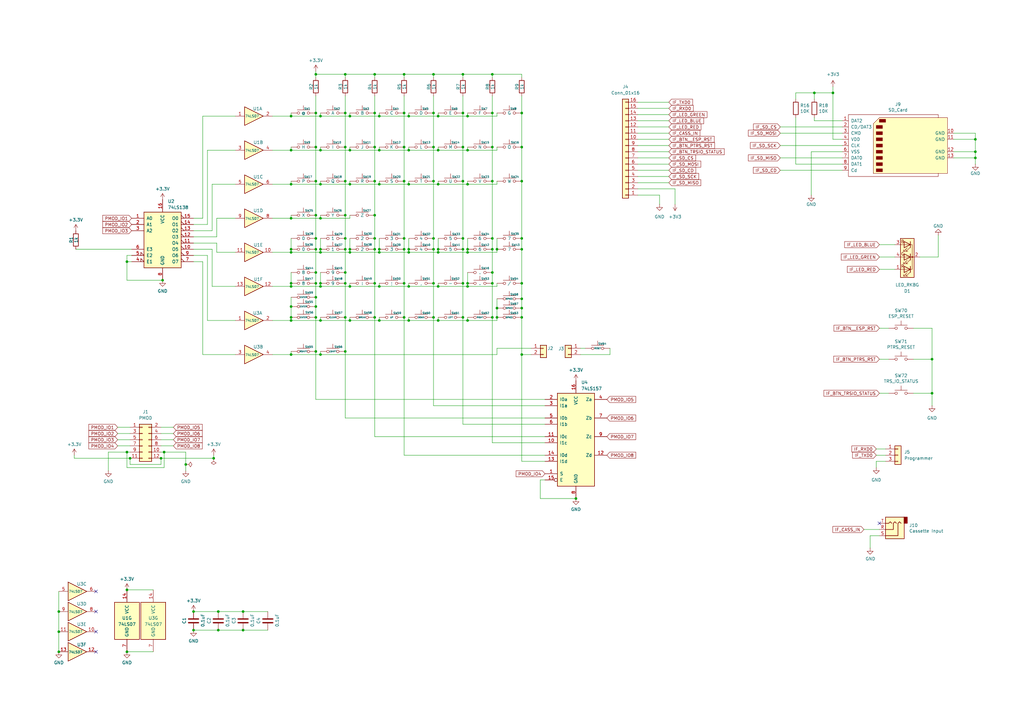
<source format=kicad_sch>
(kicad_sch (version 20250114) (generator "eeschema") (generator_version "9.0")
  (paper "A3")
  (title_block (title "MiniTRS Keyboard") (date "2025-06-13") (rev "1.0"))
  (lib_symbols
    (symbol "+3V3_1" (power) (pin_names (offset 0))
      (property "Value" "+3V3_1" (at 0 3.556 0))
      (symbol "+3V3_1_1_1"
        (pin power_in line (at 0 0 90) (length 0) (hide yes) (name "+3V3") (number "1"))
      )
    )
    (symbol "74xx:74LS07" (pin_names (offset 1.016))
      (property "Reference" "U" (at 0 1.27 0))
      (property "Value" "74LS07" (at 0 -1.27 0))
      (symbol "74LS07_1_0"
        (pin input line (at -7.62 0 0) (length 3.81) (name "~") (number "1"))
        (pin open_collector line (at 7.62 0 180) (length 3.81) (name "~") (number "2"))
      )
      (symbol "74LS07_2_0"
        (pin input line (at -7.62 0 0) (length 3.81) (name "~") (number "3"))
        (pin open_collector line (at 7.62 0 180) (length 3.81) (name "~") (number "4"))
      )
      (symbol "74LS07_3_0"
        (pin input line (at -7.62 0 0) (length 3.81) (name "~") (number "5"))
        (pin open_collector line (at 7.62 0 180) (length 3.81) (name "~") (number "6"))
      )
      (symbol "74LS07_4_0"
        (pin input line (at -7.62 0 0) (length 3.81) (name "~") (number "9"))
        (pin open_collector line (at 7.62 0 180) (length 3.81) (name "~") (number "8"))
      )
      (symbol "74LS07_5_0"
        (pin input line (at -7.62 0 0) (length 3.81) (name "~") (number "11"))
        (pin open_collector line (at 7.62 0 180) (length 3.81) (name "~") (number "10"))
      )
      (symbol "74LS07_6_0"
        (pin input line (at -7.62 0 0) (length 3.81) (name "~") (number "13"))
        (pin open_collector line (at 7.62 0 180) (length 3.81) (name "~") (number "12"))
      )
      (symbol "74LS07_7_0"
        (pin power_in line (at 0 12.7 270) (length 5.08) (name "VCC") (number "14"))
        (pin power_in line (at 0 -12.7 90) (length 5.08) (name "GND") (number "7"))
      )
    )
    (symbol "74xx:74LS138" (pin_names (offset 1.016))
      (property "Reference" "U" (at -7.62 11.43 0))
      (property "Value" "74LS138" (at -7.62 -13.97 0))
      (symbol "74LS138_1_0"
        (pin input line (at -12.7 7.62 0) (length 5.08) (name "A0") (number "1"))
        (pin input line (at -12.7 5.08 0) (length 5.08) (name "A1") (number "2"))
        (pin input line (at -12.7 2.54 0) (length 5.08) (name "A2") (number "3"))
        (pin input line (at -12.7 -5.08 0) (length 5.08) (name "E3") (number "6"))
        (pin input input_low (at -12.7 -7.62 0) (length 5.08) (name "E2") (number "5"))
        (pin input input_low (at -12.7 -10.16 0) (length 5.08) (name "E1") (number "4"))
        (pin power_in line (at 0 15.24 270) (length 5.08) (name "VCC") (number "16"))
        (pin power_in line (at 0 -17.78 90) (length 5.08) (name "GND") (number "8"))
        (pin output output_low (at 12.7 7.62 180) (length 5.08) (name "O0") (number "15"))
        (pin output output_low (at 12.7 5.08 180) (length 5.08) (name "O1") (number "14"))
        (pin output output_low (at 12.7 2.54 180) (length 5.08) (name "O2") (number "13"))
        (pin output output_low (at 12.7 0 180) (length 5.08) (name "O3") (number "12"))
        (pin output output_low (at 12.7 -2.54 180) (length 5.08) (name "O4") (number "11"))
        (pin output output_low (at 12.7 -5.08 180) (length 5.08) (name "O5") (number "10"))
        (pin output output_low (at 12.7 -7.62 180) (length 5.08) (name "O6") (number "9"))
        (pin output output_low (at 12.7 -10.16 180) (length 5.08) (name "O7") (number "7"))
      )
    )
    (symbol "74xx:74LS157" (pin_names (offset 1.016))
      (property "Reference" "U" (at -7.62 19.05 0))
      (property "Value" "74LS157" (at -7.62 -21.59 0))
      (symbol "74LS157_1_0"
        (pin input line (at -12.7 15.24 0) (length 5.08) (name "I0a") (number "2"))
        (pin input line (at -12.7 12.7 0) (length 5.08) (name "I1a") (number "3"))
        (pin input line (at -12.7 7.62 0) (length 5.08) (name "I0b") (number "5"))
        (pin input line (at -12.7 5.08 0) (length 5.08) (name "I1b") (number "6"))
        (pin input line (at -12.7 0 0) (length 5.08) (name "I0c") (number "11"))
        (pin input line (at -12.7 -2.54 0) (length 5.08) (name "I1c") (number "10"))
        (pin input line (at -12.7 -7.62 0) (length 5.08) (name "I0d") (number "14"))
        (pin input line (at -12.7 -10.16 0) (length 5.08) (name "I1d") (number "13"))
        (pin input line (at -12.7 -15.24 0) (length 5.08) (name "S") (number "1"))
        (pin input inverted (at -12.7 -17.78 0) (length 5.08) (name "E") (number "15"))
        (pin power_in line (at 0 22.86 270) (length 5.08) (name "VCC") (number "16"))
        (pin power_in line (at 0 -25.4 90) (length 5.08) (name "GND") (number "8"))
        (pin output line (at 12.7 15.24 180) (length 5.08) (name "Za") (number "4"))
        (pin output line (at 12.7 7.62 180) (length 5.08) (name "Zb") (number "7"))
        (pin output line (at 12.7 0 180) (length 5.08) (name "Zc") (number "9"))
        (pin output line (at 12.7 -7.62 180) (length 5.08) (name "Zd") (number "12"))
      )
    )
    (symbol "Connector:AudioJack3"
      (property "Reference" "J" (at 0 8.89 0))
      (property "Value" "AudioJack3" (at 0 6.35 0))
      (symbol "AudioJack3_1_1"
        (pin passive line (at 5.08 2.54 180) (length 2.54) (name "~") (number "S"))
        (pin passive line (at 5.08 0 180) (length 2.54) (name "~") (number "R"))
        (pin passive line (at 5.08 -2.54 180) (length 2.54) (name "~") (number "T"))
      )
    )
    (symbol "Connector_Generic:Conn_01x02" (pin_names (offset 1.016) (hide yes))
      (property "Reference" "J" (at 0 2.54 0))
      (property "Value" "Conn_01x02" (at 0 -5.08 0))
      (symbol "Conn_01x02_1_1"
        (pin passive line (at -5.08 0 0) (length 3.81) (name "Pin_1") (number "1"))
        (pin passive line (at -5.08 -2.54 0) (length 3.81) (name "Pin_2") (number "2"))
      )
    )
    (symbol "Connector_Generic:Conn_01x03" (pin_names (offset 1.016) (hide yes))
      (property "Reference" "J" (at 0 5.08 0))
      (property "Value" "Conn_01x03" (at 0 -5.08 0))
      (symbol "Conn_01x03_1_1"
        (pin passive line (at -5.08 2.54 0) (length 3.81) (name "Pin_1") (number "1"))
        (pin passive line (at -5.08 0 0) (length 3.81) (name "Pin_2") (number "2"))
        (pin passive line (at -5.08 -2.54 0) (length 3.81) (name "Pin_3") (number "3"))
      )
    )
    (symbol "Connector_Generic:Conn_01x16" (pin_names (offset 1.016) (hide yes))
      (property "Reference" "J" (at 0 20.32 0))
      (property "Value" "Conn_01x16" (at 0 -22.86 0))
      (symbol "Conn_01x16_1_1"
        (pin passive line (at -5.08 17.78 0) (length 3.81) (name "Pin_1") (number "1"))
        (pin passive line (at -5.08 15.24 0) (length 3.81) (name "Pin_2") (number "2"))
        (pin passive line (at -5.08 12.7 0) (length 3.81) (name "Pin_3") (number "3"))
        (pin passive line (at -5.08 10.16 0) (length 3.81) (name "Pin_4") (number "4"))
        (pin passive line (at -5.08 7.62 0) (length 3.81) (name "Pin_5") (number "5"))
        (pin passive line (at -5.08 5.08 0) (length 3.81) (name "Pin_6") (number "6"))
        (pin passive line (at -5.08 2.54 0) (length 3.81) (name "Pin_7") (number "7"))
        (pin passive line (at -5.08 0 0) (length 3.81) (name "Pin_8") (number "8"))
        (pin passive line (at -5.08 -2.54 0) (length 3.81) (name "Pin_9") (number "9"))
        (pin passive line (at -5.08 -5.08 0) (length 3.81) (name "Pin_10") (number "10"))
        (pin passive line (at -5.08 -7.62 0) (length 3.81) (name "Pin_11") (number "11"))
        (pin passive line (at -5.08 -10.16 0) (length 3.81) (name "Pin_12") (number "12"))
        (pin passive line (at -5.08 -12.7 0) (length 3.81) (name "Pin_13") (number "13"))
        (pin passive line (at -5.08 -15.24 0) (length 3.81) (name "Pin_14") (number "14"))
        (pin passive line (at -5.08 -17.78 0) (length 3.81) (name "Pin_15") (number "15"))
        (pin passive line (at -5.08 -20.32 0) (length 3.81) (name "Pin_16") (number "16"))
      )
    )
    (symbol "Connector_Generic:Conn_02x06_Odd_Even" (pin_names (offset 1.016) (hide yes))
      (property "Reference" "J" (at 1.27 7.62 0))
      (property "Value" "Conn_02x06_Odd_Even" (at 1.27 -10.16 0))
      (symbol "Conn_02x06_Odd_Even_1_1"
        (pin passive line (at -5.08 5.08 0) (length 3.81) (name "Pin_1") (number "1"))
        (pin passive line (at -5.08 2.54 0) (length 3.81) (name "Pin_3") (number "3"))
        (pin passive line (at -5.08 0 0) (length 3.81) (name "Pin_5") (number "5"))
        (pin passive line (at -5.08 -2.54 0) (length 3.81) (name "Pin_7") (number "7"))
        (pin passive line (at -5.08 -5.08 0) (length 3.81) (name "Pin_9") (number "9"))
        (pin passive line (at -5.08 -7.62 0) (length 3.81) (name "Pin_11") (number "11"))
        (pin passive line (at 7.62 5.08 180) (length 3.81) (name "Pin_2") (number "2"))
        (pin passive line (at 7.62 2.54 180) (length 3.81) (name "Pin_4") (number "4"))
        (pin passive line (at 7.62 0 180) (length 3.81) (name "Pin_6") (number "6"))
        (pin passive line (at 7.62 -2.54 180) (length 3.81) (name "Pin_8") (number "8"))
        (pin passive line (at 7.62 -5.08 180) (length 3.81) (name "Pin_10") (number "10"))
        (pin passive line (at 7.62 -7.62 180) (length 3.81) (name "Pin_12") (number "12"))
      )
    )
    (symbol "Device:C" (pin_numbers (hide yes)) (pin_names (offset 0.254))
      (property "Reference" "C" (at 0.635 2.54 0))
      (property "Value" "C" (at 0.635 -2.54 0))
      (symbol "C_1_1"
        (pin passive line (at 0 3.81 270) (length 2.794) (name "~") (number "1"))
        (pin passive line (at 0 -3.81 90) (length 2.794) (name "~") (number "2"))
      )
    )
    (symbol "Device:LED_RKBG" (pin_names (offset 0) (hide yes))
      (property "Reference" "D" (at 0 9.398 0))
      (property "Value" "LED_RKBG" (at 0 -8.89 0))
      (symbol "LED_RKBG_0_0"
        (text "R" (at 1.905 3.81 0) (effects (font (size 1.27 1.27))))
        (text "G" (at 1.905 -1.27 0) (effects (font (size 1.27 1.27))))
        (text "B" (at 1.905 -6.35 0) (effects (font (size 1.27 1.27))))
      )
      (symbol "LED_RKBG_1_1"
        (pin passive line (at -5.08 0 0) (length 2.54) (name "K") (number "2"))
        (pin passive line (at 5.08 5.08 180) (length 2.54) (name "RA") (number "1"))
        (pin passive line (at 5.08 0 180) (length 2.54) (name "GA") (number "4"))
        (pin passive line (at 5.08 -5.08 180) (length 2.54) (name "BA") (number "3"))
      )
    )
    (symbol "Device:R" (pin_numbers (hide yes)) (pin_names (offset 0))
      (property "Reference" "R" (at 2.032 0 90))
      (property "Value" "R" (at 0 0 90))
      (symbol "R_1_1"
        (pin passive line (at 0 3.81 270) (length 1.27) (name "~") (number "1"))
        (pin passive line (at 0 -3.81 90) (length 1.27) (name "~") (number "2"))
      )
    )
    (symbol "GND_4" (power) (pin_numbers (hide yes)) (pin_names (offset 0) (hide yes))
      (property "Value" "GND" (at 0 -3.81 0))
      (symbol "GND_4_1_1"
        (pin power_in line (at 0 0 270) (length 0) (name "~") (number "1"))
      )
    )
    (symbol "SDCard:SD_Card" (pin_names (offset 1.016))
      (property "Reference" "J" (at -16.51 13.97 0))
      (property "Value" "SD_Card" (at 15.24 -13.97 0))
      (symbol "SD_Card_1_1"
        (pin input line (at -22.86 10.16 0) (length 2.54) (name "DAT2") (number "1"))
        (pin input line (at -22.86 7.62 0) (length 2.54) (name "CD/DAT3") (number "2"))
        (pin input line (at -22.86 5.08 0) (length 2.54) (name "CMD") (number "3"))
        (pin power_in line (at -22.86 2.54 0) (length 2.54) (name "VDD") (number "4"))
        (pin power_in line (at -22.86 0 0) (length 2.54) (name "CLK") (number "5"))
        (pin input line (at -22.86 -2.54 0) (length 2.54) (name "VSS") (number "6"))
        (pin power_in line (at -22.86 -5.08 0) (length 2.54) (name "DAT0") (number "7"))
        (pin input line (at -22.86 -7.62 0) (length 2.54) (name "DAT1") (number "8"))
        (pin input line (at -22.86 -10.16 0) (length 2.54) (name "Cd") (number "9"))
        (pin input line (at 22.86 5.08 180) (length 2.54) (name "GND") (number "10"))
        (pin input line (at 22.86 2.54 180) (length 2.54) (name "GND") (number "11"))
        (pin input line (at 22.86 -2.54 180) (length 2.54) (name "GND") (number "12"))
        (pin input line (at 22.86 -5.08 180) (length 2.54) (name "GND") (number "13"))
      )
    )
    (symbol "Switch:SW_Push" (pin_numbers (hide yes)) (pin_names (offset 1.016) (hide yes))
      (property "Reference" "SW" (at 1.27 2.54 0))
      (property "Value" "SW_Push" (at 0 -1.524 0))
      (symbol "SW_Push_0_1"
        (pin passive line (at -5.08 0 0) (length 2.54) (name "1") (number "1"))
        (pin passive line (at 5.08 0 180) (length 2.54) (name "2") (number "2"))
      )
    )
    (symbol "power:+3.3V" (power) (pin_numbers (hide yes)) (pin_names (offset 0) (hide yes))
      (property "Value" "+3.3V" (at 0 3.556 0))
      (symbol "+3.3V_1_1"
        (pin power_in line (at 0 0 90) (length 0) (name "~") (number "1"))
      )
    )
    (symbol "power:GND" (power) (pin_numbers (hide yes)) (pin_names (offset 0) (hide yes))
      (property "Value" "GND" (at 0 -3.81 0))
      (symbol "GND_1_1"
        (pin power_in line (at 0 0 270) (length 0) (name "~") (number "1"))
      )
    )
    (symbol "power:PWR_FLAG" (power) (pin_numbers (hide yes)) (pin_names (offset 0) (hide yes))
      (property "Value" "PWR_FLAG" (at 0 3.81 0))
      (symbol "PWR_FLAG_0_0"
        (pin power_out line (at 0 0 90) (length 0) (name "~") (number "1"))
      )
    )
  )
  (junction (at 165.735 60.325))
  (junction (at 131.445 103.505))
  (junction (at 119.38 103.505))
  (junction (at 131.445 145.415))
  (junction (at 189.865 60.325))
  (junction (at 165.735 46.355))
  (junction (at 52.07 241.935))
  (junction (at 213.995 130.175))
  (junction (at 119.38 117.475))
  (junction (at 165.735 116.205))
  (junction (at 179.705 131.445))
  (junction (at 129.54 88.265))
  (junction (at 400.05 57.15))
  (junction (at 87.63 187.96))
  (junction (at 153.67 46.355))
  (junction (at 400.05 62.23))
  (junction (at 89.535 258.445))
  (junction (at 165.735 102.235))
  (junction (at 76.2 190.5))
  (junction (at 129.54 116.205))
  (junction (at 119.38 116.205))
  (junction (at 341.63 38.1))
  (junction (at 89.535 250.825))
  (junction (at 131.445 47.625))
  (junction (at 382.27 161.29))
  (junction (at 155.575 131.445))
  (junction (at 201.93 30.48))
  (junction (at 165.735 74.295))
  (junction (at 129.54 46.355))
  (junction (at 201.93 102.235))
  (junction (at 189.865 46.355))
  (junction (at 236.22 204.47))
  (junction (at 129.54 97.79))
  (junction (at 167.64 47.625))
  (junction (at 131.445 116.205))
  (junction (at 66.04 187.96))
  (junction (at 213.995 74.295))
  (junction (at 153.67 130.175))
  (junction (at 141.605 111.76))
  (junction (at 382.27 147.32))
  (junction (at 191.77 117.475))
  (junction (at 24.13 267.335))
  (junction (at 153.67 102.235))
  (junction (at 400.05 64.77))
  (junction (at 155.575 117.475))
  (junction (at 67.31 185.42))
  (junction (at 153.67 60.325))
  (junction (at 129.54 130.175))
  (junction (at 189.865 97.79))
  (junction (at 119.38 130.175))
  (junction (at 203.835 130.175))
  (junction (at 155.575 47.625))
  (junction (at 177.8 46.355))
  (junction (at 99.695 250.825))
  (junction (at 129.54 121.92))
  (junction (at 177.8 97.79))
  (junction (at 201.93 116.205))
  (junction (at 131.445 117.475))
  (junction (at 141.605 130.175))
  (junction (at 213.995 116.205))
  (junction (at 119.38 61.595))
  (junction (at 167.64 75.565))
  (junction (at 119.38 131.445))
  (junction (at 143.51 103.505))
  (junction (at 129.54 144.145))
  (junction (at 191.77 116.205))
  (junction (at 167.64 102.235))
  (junction (at 155.575 103.505))
  (junction (at 201.93 74.295))
  (junction (at 119.38 89.535))
  (junction (at 143.51 117.475))
  (junction (at 179.705 102.235))
  (junction (at 131.445 131.445))
  (junction (at 167.64 131.445))
  (junction (at 141.605 88.265))
  (junction (at 141.605 30.48))
  (junction (at 213.995 102.235))
  (junction (at 165.735 97.79))
  (junction (at 153.67 88.265))
  (junction (at 179.705 117.475))
  (junction (at 165.735 130.175))
  (junction (at 24.13 259.08))
  (junction (at 191.77 131.445))
  (junction (at 143.51 75.565))
  (junction (at 141.605 102.235))
  (junction (at 119.38 145.415))
  (junction (at 52.07 107.315))
  (junction (at 167.64 117.475))
  (junction (at 129.54 102.235))
  (junction (at 141.605 144.145))
  (junction (at 143.51 131.445))
  (junction (at 141.605 74.295))
  (junction (at 177.8 60.325))
  (junction (at 167.64 103.505))
  (junction (at 119.38 102.235))
  (junction (at 155.575 75.565))
  (junction (at 191.77 102.235))
  (junction (at 143.51 61.595))
  (junction (at 213.995 145.415))
  (junction (at 213.995 126.365))
  (junction (at 167.64 61.595))
  (junction (at 153.67 97.79))
  (junction (at 119.38 125.73))
  (junction (at 131.445 75.565))
  (junction (at 179.705 61.595))
  (junction (at 155.575 61.595))
  (junction (at 141.605 46.355))
  (junction (at 177.8 30.48))
  (junction (at 99.695 258.445))
  (junction (at 131.445 102.235))
  (junction (at 201.93 46.355))
  (junction (at 189.865 30.48))
  (junction (at 177.8 74.295))
  (junction (at 213.995 60.325))
  (junction (at 119.38 47.625))
  (junction (at 129.54 111.76))
  (junction (at 129.54 30.48))
  (junction (at 213.995 97.79))
  (junction (at 129.54 74.295))
  (junction (at 155.575 102.235))
  (junction (at 24.13 250.825))
  (junction (at 177.8 102.235))
  (junction (at 129.54 60.325))
  (junction (at 191.77 103.505))
  (junction (at 213.995 122.555))
  (junction (at 52.07 185.42))
  (junction (at 141.605 116.205))
  (junction (at 153.67 30.48))
  (junction (at 66.675 114.935))
  (junction (at 153.67 116.205))
  (junction (at 129.54 125.73))
  (junction (at 189.865 102.235))
  (junction (at 179.705 75.565))
  (junction (at 131.445 89.535))
  (junction (at 203.835 126.365))
  (junction (at 334.01 38.1))
  (junction (at 53.34 187.96))
  (junction (at 165.735 30.48))
  (junction (at 191.77 61.595))
  (junction (at 153.67 74.295))
  (junction (at 179.705 47.625))
  (junction (at 203.835 102.235))
  (junction (at 143.51 47.625))
  (junction (at 189.865 74.295))
  (junction (at 201.93 130.175))
  (junction (at 79.375 250.825))
  (junction (at 179.705 103.505))
  (junction (at 52.07 267.335))
  (junction (at 191.77 47.625))
  (junction (at 191.77 75.565))
  (junction (at 143.51 102.235))
  (junction (at 141.605 97.79))
  (junction (at 177.8 116.205))
  (junction (at 201.93 60.325))
  (junction (at 79.375 258.445))
  (junction (at 141.605 60.325))
  (junction (at 131.445 61.595))
  (junction (at 189.865 116.205))
  (junction (at 119.38 75.565))
  (junction (at 189.865 130.175))
  (junction (at 201.93 111.76))
  (junction (at 177.8 130.175))
  (junction (at 213.995 46.355))
  (junction (at 201.93 97.79))
  (no_connect (at 39.37 267.335))
  (no_connect (at 39.37 259.08))
  (no_connect (at 360.68 214.63))
  (no_connect (at 39.37 250.825))
  (no_connect (at 39.37 242.57))
  (wire (pts (xy 131.445 103.505) (xy 143.51 103.505)))
  (wire (pts (xy 24.13 259.08) (xy 24.13 267.335)))
  (wire (pts (xy 52.07 114.935) (xy 66.675 114.935)))
  (wire (pts (xy 143.51 130.175) (xy 143.51 131.445)))
  (wire (pts (xy 179.705 61.595) (xy 191.77 61.595)))
  (wire (pts (xy 79.375 94.615) (xy 86.995 94.615)))
  (wire (pts (xy 165.735 60.325) (xy 165.735 74.295)))
  (wire (pts (xy 83.185 89.535) (xy 83.185 47.625)))
  (wire (pts (xy 261.62 67.31) (xy 274.32 67.31)))
  (wire (pts (xy 66.04 187.96) (xy 66.04 190.5)))
  (wire (pts (xy 213.995 46.355) (xy 213.995 60.325)))
  (wire (pts (xy 131.445 61.595) (xy 143.51 61.595)))
  (wire (pts (xy 129.54 116.205) (xy 129.54 121.92)))
  (wire (pts (xy 119.38 121.92) (xy 119.38 125.73)))
  (wire (pts (xy 221.615 204.47) (xy 236.22 204.47)))
  (wire (pts (xy 155.575 97.79) (xy 155.575 102.235)))
  (wire (pts (xy 179.705 47.625) (xy 191.77 47.625)))
  (wire (pts (xy 261.62 57.15) (xy 274.32 57.15)))
  (wire (pts (xy 201.93 60.325) (xy 201.93 74.295)))
  (wire (pts (xy 111.76 47.625) (xy 119.38 47.625)))
  (wire (pts (xy 119.38 75.565) (xy 131.445 75.565)))
  (wire (pts (xy 326.39 38.1) (xy 334.01 38.1)))
  (wire (pts (xy 129.54 125.73) (xy 129.54 130.175)))
  (wire (pts (xy 177.8 102.235) (xy 177.8 116.205)))
  (wire (pts (xy 66.04 187.96) (xy 87.63 187.96)))
  (wire (pts (xy 155.575 103.505) (xy 167.64 103.505)))
  (wire (pts (xy 141.605 74.295) (xy 141.605 88.265)))
  (wire (pts (xy 153.67 88.265) (xy 153.67 97.79)))
  (wire (pts (xy 44.45 185.42) (xy 52.07 185.42)))
  (wire (pts (xy 44.45 185.42) (xy 44.45 193.04)))
  (wire (pts (xy 261.62 80.01) (xy 270.51 80.01)))
  (wire (pts (xy 83.185 107.315) (xy 83.185 145.415)))
  (wire (pts (xy 191.77 61.595) (xy 203.835 61.595)))
  (wire (pts (xy 141.605 46.355) (xy 141.605 60.325)))
  (wire (pts (xy 261.62 77.47) (xy 276.86 77.47)))
  (wire (pts (xy 165.735 39.37) (xy 165.735 46.355)))
  (wire (pts (xy 165.735 46.355) (xy 165.735 60.325)))
  (wire (pts (xy 141.605 102.235) (xy 141.605 111.76)))
  (wire (pts (xy 129.54 30.48) (xy 129.54 31.75)))
  (wire (pts (xy 131.445 145.415) (xy 203.835 145.415)))
  (wire (pts (xy 177.8 116.205) (xy 177.8 130.175)))
  (wire (pts (xy 191.77 60.325) (xy 191.77 61.595)))
  (wire (pts (xy 53.975 104.775) (xy 52.07 104.775)))
  (wire (pts (xy 129.54 97.79) (xy 129.54 102.235)))
  (wire (pts (xy 153.67 130.175) (xy 153.67 179.07)))
  (wire (pts (xy 201.93 111.76) (xy 201.93 116.205)))
  (wire (pts (xy 332.74 62.23) (xy 332.74 80.01)))
  (wire (pts (xy 359.41 184.15) (xy 363.22 184.15)))
  (wire (pts (xy 391.16 62.23) (xy 400.05 62.23)))
  (wire (pts (xy 24.13 250.825) (xy 24.13 259.08)))
  (wire (pts (xy 141.605 31.75) (xy 141.605 30.48)))
  (wire (pts (xy 167.64 103.505) (xy 179.705 103.505)))
  (wire (pts (xy 119.38 131.445) (xy 131.445 131.445)))
  (wire (pts (xy 320.04 59.69) (xy 345.44 59.69)))
  (wire (pts (xy 79.375 89.535) (xy 83.185 89.535)))
  (wire (pts (xy 367.03 105.41) (xy 360.68 105.41)))
  (wire (pts (xy 83.185 47.625) (xy 96.52 47.625)))
  (wire (pts (xy 167.64 116.205) (xy 167.64 117.475)))
  (wire (pts (xy 203.835 131.445) (xy 203.835 130.175)))
  (wire (pts (xy 119.38 74.295) (xy 119.38 75.565)))
  (wire (pts (xy 67.31 185.42) (xy 67.31 191.77)))
  (wire (pts (xy 119.38 144.145) (xy 119.38 145.415)))
  (wire (pts (xy 129.54 30.48) (xy 141.605 30.48)))
  (wire (pts (xy 155.575 116.205) (xy 155.575 117.475)))
  (wire (pts (xy 191.77 102.235) (xy 191.77 103.505)))
  (wire (pts (xy 66.04 177.8) (xy 71.12 177.8)))
  (wire (pts (xy 191.77 130.175) (xy 191.77 131.445)))
  (wire (pts (xy 143.51 131.445) (xy 155.575 131.445)))
  (wire (pts (xy 179.705 74.295) (xy 179.705 75.565)))
  (wire (pts (xy 191.77 111.76) (xy 191.77 116.205)))
  (wire (pts (xy 189.865 46.355) (xy 189.865 60.325)))
  (wire (pts (xy 367.03 100.33) (xy 360.68 100.33)))
  (wire (pts (xy 400.05 64.77) (xy 400.05 67.31)))
  (wire (pts (xy 53.34 185.42) (xy 52.07 185.42)))
  (wire (pts (xy 99.695 250.825) (xy 109.855 250.825)))
  (wire (pts (xy 143.51 47.625) (xy 155.575 47.625)))
  (wire (pts (xy 119.38 116.205) (xy 119.38 117.475)))
  (wire (pts (xy 52.07 107.315) (xy 52.07 114.935)))
  (wire (pts (xy 261.62 74.93) (xy 274.32 74.93)))
  (wire (pts (xy 177.8 39.37) (xy 177.8 46.355)))
  (wire (pts (xy 276.86 77.47) (xy 276.86 83.82)))
  (wire (pts (xy 48.26 177.8) (xy 53.34 177.8)))
  (wire (pts (xy 141.605 116.205) (xy 141.605 130.175)))
  (wire (pts (xy 167.64 75.565) (xy 179.705 75.565)))
  (wire (pts (xy 143.51 97.79) (xy 143.51 102.235)))
  (wire (pts (xy 189.865 116.205) (xy 189.865 130.175)))
  (wire (pts (xy 201.93 97.79) (xy 201.93 102.235)))
  (wire (pts (xy 24.13 242.57) (xy 24.13 250.825)))
  (wire (pts (xy 153.67 60.325) (xy 153.67 74.295)))
  (wire (pts (xy 86.995 94.615) (xy 86.995 75.565)))
  (wire (pts (xy 213.995 189.23) (xy 223.52 189.23)))
  (wire (pts (xy 189.865 97.79) (xy 189.865 102.235)))
  (wire (pts (xy 87.63 186.69) (xy 87.63 187.96)))
  (wire (pts (xy 213.995 116.205) (xy 213.995 122.555)))
  (wire (pts (xy 261.62 72.39) (xy 274.32 72.39)))
  (wire (pts (xy 345.44 57.15) (xy 341.63 57.15)))
  (wire (pts (xy 141.605 30.48) (xy 153.67 30.48)))
  (wire (pts (xy 179.705 116.205) (xy 179.705 117.475)))
  (wire (pts (xy 155.575 74.295) (xy 155.575 75.565)))
  (wire (pts (xy 179.705 102.235) (xy 179.705 103.505)))
  (wire (pts (xy 191.77 75.565) (xy 203.835 75.565)))
  (wire (pts (xy 391.16 54.61) (xy 400.05 54.61)))
  (wire (pts (xy 203.835 117.475) (xy 203.835 116.205)))
  (wire (pts (xy 201.93 130.175) (xy 201.93 181.61)))
  (wire (pts (xy 119.38 145.415) (xy 131.445 145.415)))
  (wire (pts (xy 374.65 161.29) (xy 382.27 161.29)))
  (wire (pts (xy 223.52 196.85) (xy 221.615 196.85)))
  (wire (pts (xy 131.445 130.175) (xy 131.445 131.445)))
  (wire (pts (xy 167.64 97.79) (xy 167.64 102.235)))
  (wire (pts (xy 320.04 64.77) (xy 345.44 64.77)))
  (wire (pts (xy 131.445 97.79) (xy 131.445 102.235)))
  (wire (pts (xy 179.705 75.565) (xy 191.77 75.565)))
  (wire (pts (xy 165.735 186.69) (xy 223.52 186.69)))
  (wire (pts (xy 179.705 97.79) (xy 179.705 102.235)))
  (wire (pts (xy 131.445 117.475) (xy 143.51 117.475)))
  (wire (pts (xy 341.63 57.15) (xy 341.63 38.1)))
  (wire (pts (xy 189.865 102.235) (xy 189.865 116.205)))
  (wire (pts (xy 88.9 97.155) (xy 88.9 89.535)))
  (wire (pts (xy 129.54 39.37) (xy 129.54 46.355)))
  (wire (pts (xy 177.8 31.75) (xy 177.8 30.48)))
  (wire (pts (xy 261.62 59.69) (xy 274.32 59.69)))
  (wire (pts (xy 76.2 185.42) (xy 76.2 190.5)))
  (wire (pts (xy 320.04 52.07) (xy 345.44 52.07)))
  (wire (pts (xy 191.77 97.79) (xy 191.77 102.235)))
  (wire (pts (xy 167.64 47.625) (xy 179.705 47.625)))
  (wire (pts (xy 203.835 142.875) (xy 203.835 145.415)))
  (wire (pts (xy 119.38 117.475) (xy 131.445 117.475)))
  (wire (pts (xy 191.77 47.625) (xy 203.835 47.625)))
  (wire (pts (xy 155.575 130.175) (xy 155.575 131.445)))
  (wire (pts (xy 99.695 258.445) (xy 109.855 258.445)))
  (wire (pts (xy 189.865 74.295) (xy 189.865 97.79)))
  (wire (pts (xy 203.835 142.875) (xy 217.805 142.875)))
  (wire (pts (xy 155.575 47.625) (xy 155.575 46.355)))
  (wire (pts (xy 191.77 116.205) (xy 191.77 117.475)))
  (wire (pts (xy 261.62 41.91) (xy 274.32 41.91)))
  (wire (pts (xy 334.01 49.53) (xy 334.01 48.26)))
  (wire (pts (xy 177.8 46.355) (xy 177.8 60.325)))
  (wire (pts (xy 356.87 219.71) (xy 356.87 224.79)))
  (wire (pts (xy 359.41 186.69) (xy 363.22 186.69)))
  (wire (pts (xy 179.705 47.625) (xy 179.705 46.355)))
  (wire (pts (xy 86.995 75.565) (xy 96.52 75.565)))
  (wire (pts (xy 201.93 30.48) (xy 213.995 30.48)))
  (wire (pts (xy 129.54 130.175) (xy 129.54 144.145)))
  (wire (pts (xy 201.93 116.205) (xy 201.93 130.175)))
  (wire (pts (xy 203.835 97.79) (xy 203.835 102.235)))
  (wire (pts (xy 391.16 57.15) (xy 400.05 57.15)))
  (wire (pts (xy 155.575 131.445) (xy 167.64 131.445)))
  (wire (pts (xy 167.64 47.625) (xy 167.64 46.355)))
  (wire (pts (xy 189.865 39.37) (xy 189.865 46.355)))
  (wire (pts (xy 189.865 60.325) (xy 189.865 74.295)))
  (wire (pts (xy 119.38 61.595) (xy 131.445 61.595)))
  (wire (pts (xy 167.64 131.445) (xy 179.705 131.445)))
  (wire (pts (xy 320.04 69.85) (xy 345.44 69.85)))
  (wire (pts (xy 191.77 47.625) (xy 191.77 46.355)))
  (wire (pts (xy 201.93 74.295) (xy 201.93 97.79)))
  (wire (pts (xy 359.41 189.23) (xy 359.41 191.77)))
  (wire (pts (xy 261.62 46.99) (xy 274.32 46.99)))
  (wire (pts (xy 155.575 47.625) (xy 167.64 47.625)))
  (wire (pts (xy 83.185 145.415) (xy 96.52 145.415)))
  (wire (pts (xy 131.445 75.565) (xy 143.51 75.565)))
  (wire (pts (xy 374.65 134.62) (xy 382.27 134.62)))
  (wire (pts (xy 400.05 57.15) (xy 400.05 62.23)))
  (wire (pts (xy 129.54 74.295) (xy 129.54 88.265)))
  (wire (pts (xy 213.995 122.555) (xy 213.995 126.365)))
  (wire (pts (xy 143.51 74.295) (xy 143.51 75.565)))
  (wire (pts (xy 354.33 217.17) (xy 360.68 217.17)))
  (wire (pts (xy 143.51 60.325) (xy 143.51 61.595)))
  (wire (pts (xy 141.605 171.45) (xy 223.52 171.45)))
  (wire (pts (xy 345.44 62.23) (xy 332.74 62.23)))
  (wire (pts (xy 155.575 61.595) (xy 167.64 61.595)))
  (wire (pts (xy 67.31 191.77) (xy 52.07 191.77)))
  (wire (pts (xy 341.63 38.1) (xy 334.01 38.1)))
  (wire (pts (xy 85.09 104.775) (xy 85.09 131.445)))
  (wire (pts (xy 341.63 38.1) (xy 341.63 35.56)))
  (wire (pts (xy 129.54 121.92) (xy 129.54 125.73)))
  (wire (pts (xy 221.615 196.85) (xy 221.615 204.47)))
  (wire (pts (xy 85.09 61.595) (xy 96.52 61.595)))
  (wire (pts (xy 177.8 74.295) (xy 177.8 97.79)))
  (wire (pts (xy 203.835 126.365) (xy 203.835 130.175)))
  (wire (pts (xy 250.19 145.415) (xy 250.19 142.875)))
  (wire (pts (xy 53.975 107.315) (xy 52.07 107.315)))
  (wire (pts (xy 131.445 47.625) (xy 131.445 46.355)))
  (wire (pts (xy 153.67 74.295) (xy 153.67 88.265)))
  (wire (pts (xy 213.995 31.75) (xy 213.995 30.48)))
  (wire (pts (xy 167.64 60.325) (xy 167.64 61.595)))
  (wire (pts (xy 203.835 47.625) (xy 203.835 46.355)))
  (wire (pts (xy 131.445 88.265) (xy 131.445 89.535)))
  (wire (pts (xy 177.8 30.48) (xy 189.865 30.48)))
  (wire (pts (xy 52.07 191.77) (xy 52.07 185.42)))
  (wire (pts (xy 155.575 60.325) (xy 155.575 61.595)))
  (wire (pts (xy 129.54 163.83) (xy 223.52 163.83)))
  (wire (pts (xy 382.27 161.29) (xy 382.27 166.37)))
  (wire (pts (xy 165.735 74.295) (xy 165.735 97.79)))
  (wire (pts (xy 270.51 80.01) (xy 270.51 83.82)))
  (wire (pts (xy 89.535 250.825) (xy 99.695 250.825)))
  (wire (pts (xy 119.38 88.265) (xy 119.38 89.535)))
  (wire (pts (xy 129.54 88.265) (xy 129.54 97.79)))
  (wire (pts (xy 119.38 111.76) (xy 119.38 116.205)))
  (wire (pts (xy 201.93 102.235) (xy 201.93 111.76)))
  (wire (pts (xy 111.76 89.535) (xy 119.38 89.535)))
  (wire (pts (xy 213.995 145.415) (xy 213.995 189.23)))
  (wire (pts (xy 111.76 117.475) (xy 119.38 117.475)))
  (wire (pts (xy 201.93 31.75) (xy 201.93 30.48)))
  (wire (pts (xy 119.38 102.235) (xy 119.38 103.505)))
  (wire (pts (xy 191.77 131.445) (xy 203.835 131.445)))
  (wire (pts (xy 111.76 145.415) (xy 119.38 145.415)))
  (wire (pts (xy 261.62 69.85) (xy 274.32 69.85)))
  (wire (pts (xy 66.04 185.42) (xy 67.31 185.42)))
  (wire (pts (xy 191.77 103.505) (xy 203.835 103.505)))
  (wire (pts (xy 203.835 75.565) (xy 203.835 74.295)))
  (wire (pts (xy 384.81 96.52) (xy 384.81 105.41)))
  (wire (pts (xy 189.865 173.99) (xy 223.52 173.99)))
  (wire (pts (xy 79.375 102.235) (xy 86.995 102.235)))
  (wire (pts (xy 79.375 104.775) (xy 85.09 104.775)))
  (wire (pts (xy 155.575 102.235) (xy 155.575 103.505)))
  (wire (pts (xy 143.51 46.355) (xy 143.51 47.625)))
  (wire (pts (xy 67.31 185.42) (xy 76.2 185.42)))
  (wire (pts (xy 203.835 61.595) (xy 203.835 60.325)))
  (wire (pts (xy 119.38 97.79) (xy 119.38 102.235)))
  (wire (pts (xy 48.26 175.26) (xy 53.34 175.26)))
  (wire (pts (xy 141.605 88.265) (xy 141.605 97.79)))
  (wire (pts (xy 141.605 39.37) (xy 141.605 46.355)))
  (wire (pts (xy 111.76 131.445) (xy 119.38 131.445)))
  (wire (pts (xy 189.865 31.75) (xy 189.865 30.48)))
  (wire (pts (xy 203.835 103.505) (xy 203.835 102.235)))
  (wire (pts (xy 167.64 102.235) (xy 167.64 103.505)))
  (wire (pts (xy 363.22 189.23) (xy 359.41 189.23)))
  (wire (pts (xy 326.39 48.26) (xy 326.39 67.31)))
  (wire (pts (xy 213.995 74.295) (xy 213.995 97.79)))
  (wire (pts (xy 86.995 117.475) (xy 96.52 117.475)))
  (wire (pts (xy 143.51 117.475) (xy 155.575 117.475)))
  (wire (pts (xy 66.04 180.34) (xy 71.12 180.34)))
  (wire (pts (xy 203.835 122.555) (xy 203.835 126.365)))
  (wire (pts (xy 189.865 130.175) (xy 189.865 173.99)))
  (wire (pts (xy 177.8 130.175) (xy 177.8 166.37)))
  (wire (pts (xy 52.07 104.775) (xy 52.07 107.315)))
  (wire (pts (xy 153.67 102.235) (xy 153.67 116.205)))
  (wire (pts (xy 345.44 49.53) (xy 334.01 49.53)))
  (wire (pts (xy 360.68 219.71) (xy 356.87 219.71)))
  (wire (pts (xy 76.2 190.5) (xy 76.2 193.04)))
  (wire (pts (xy 367.03 110.49) (xy 360.68 110.49)))
  (wire (pts (xy 131.445 116.205) (xy 131.445 117.475)))
  (wire (pts (xy 400.05 54.61) (xy 400.05 57.15)))
  (wire (pts (xy 52.07 241.935) (xy 62.865 241.935)))
  (wire (pts (xy 213.995 60.325) (xy 213.995 74.295)))
  (wire (pts (xy 400.05 62.23) (xy 400.05 64.77)))
  (wire (pts (xy 191.77 117.475) (xy 203.835 117.475)))
  (wire (pts (xy 153.67 46.355) (xy 153.67 60.325)))
  (wire (pts (xy 143.51 61.595) (xy 155.575 61.595)))
  (wire (pts (xy 88.9 103.505) (xy 88.9 99.695)))
  (wire (pts (xy 179.705 103.505) (xy 191.77 103.505)))
  (wire (pts (xy 119.38 89.535) (xy 131.445 89.535)))
  (wire (pts (xy 165.735 102.235) (xy 165.735 116.205)))
  (wire (pts (xy 85.09 92.075) (xy 85.09 61.595)))
  (wire (pts (xy 167.64 74.295) (xy 167.64 75.565)))
  (wire (pts (xy 131.445 131.445) (xy 143.51 131.445)))
  (wire (pts (xy 129.54 60.325) (xy 129.54 74.295)))
  (wire (pts (xy 30.48 186.69) (xy 30.48 187.96)))
  (wire (pts (xy 53.34 190.5) (xy 53.34 187.96)))
  (wire (pts (xy 374.65 147.32) (xy 382.27 147.32)))
  (wire (pts (xy 31.115 102.235) (xy 53.975 102.235)))
  (wire (pts (xy 155.575 75.565) (xy 167.64 75.565)))
  (wire (pts (xy 119.38 47.625) (xy 131.445 47.625)))
  (wire (pts (xy 143.51 89.535) (xy 143.51 88.265)))
  (wire (pts (xy 131.445 102.235) (xy 131.445 103.505)))
  (wire (pts (xy 213.995 97.79) (xy 213.995 102.235)))
  (wire (pts (xy 165.735 30.48) (xy 177.8 30.48)))
  (wire (pts (xy 131.445 111.76) (xy 131.445 116.205)))
  (wire (pts (xy 129.54 144.145) (xy 129.54 163.83)))
  (wire (pts (xy 238.125 145.415) (xy 250.19 145.415)))
  (wire (pts (xy 167.64 130.175) (xy 167.64 131.445)))
  (wire (pts (xy 85.09 131.445) (xy 96.52 131.445)))
  (wire (pts (xy 131.445 144.145) (xy 131.445 145.415)))
  (wire (pts (xy 141.605 60.325) (xy 141.605 74.295)))
  (wire (pts (xy 213.995 39.37) (xy 213.995 46.355)))
  (wire (pts (xy 88.9 103.505) (xy 96.52 103.505)))
  (wire (pts (xy 326.39 67.31) (xy 345.44 67.31)))
  (wire (pts (xy 119.38 130.175) (xy 119.38 131.445)))
  (wire (pts (xy 79.375 92.075) (xy 85.09 92.075)))
  (wire (pts (xy 179.705 131.445) (xy 191.77 131.445)))
  (wire (pts (xy 213.995 126.365) (xy 213.995 130.175)))
  (wire (pts (xy 79.375 99.695) (xy 88.9 99.695)))
  (wire (pts (xy 179.705 117.475) (xy 191.77 117.475)))
  (wire (pts (xy 153.67 97.79) (xy 153.67 102.235)))
  (wire (pts (xy 153.67 116.205) (xy 153.67 130.175)))
  (wire (pts (xy 111.76 75.565) (xy 119.38 75.565)))
  (wire (pts (xy 213.995 130.175) (xy 213.995 145.415)))
  (wire (pts (xy 382.27 147.32) (xy 382.27 161.29)))
  (wire (pts (xy 119.38 103.505) (xy 131.445 103.505)))
  (wire (pts (xy 360.68 161.29) (xy 364.49 161.29)))
  (wire (pts (xy 179.705 60.325) (xy 179.705 61.595)))
  (wire (pts (xy 391.16 64.77) (xy 400.05 64.77)))
  (wire (pts (xy 201.93 46.355) (xy 201.93 60.325)))
  (wire (pts (xy 238.125 142.875) (xy 240.03 142.875)))
  (wire (pts (xy 86.995 102.235) (xy 86.995 117.475)))
  (wire (pts (xy 141.605 144.145) (xy 141.605 171.45)))
  (wire (pts (xy 52.07 267.335) (xy 62.865 267.335)))
  (wire (pts (xy 66.04 190.5) (xy 53.34 190.5)))
  (wire (pts (xy 111.76 61.595) (xy 119.38 61.595)))
  (wire (pts (xy 167.64 61.595) (xy 179.705 61.595)))
  (wire (pts (xy 89.535 258.445) (xy 99.695 258.445)))
  (wire (pts (xy 141.605 130.175) (xy 141.605 144.145)))
  (wire (pts (xy 79.375 107.315) (xy 83.185 107.315)))
  (wire (pts (xy 213.995 145.415) (xy 217.805 145.415)))
  (wire (pts (xy 119.38 47.625) (xy 119.38 46.355)))
  (wire (pts (xy 79.375 258.445) (xy 89.535 258.445)))
  (wire (pts (xy 143.51 75.565) (xy 155.575 75.565)))
  (wire (pts (xy 153.67 39.37) (xy 153.67 46.355)))
  (wire (pts (xy 119.38 125.73) (xy 119.38 130.175)))
  (wire (pts (xy 30.48 187.96) (xy 53.34 187.96)))
  (wire (pts (xy 360.68 134.62) (xy 364.49 134.62)))
  (wire (pts (xy 143.51 102.235) (xy 143.51 103.505)))
  (wire (pts (xy 177.8 60.325) (xy 177.8 74.295)))
  (wire (pts (xy 165.735 31.75) (xy 165.735 30.48)))
  (wire (pts (xy 213.995 102.235) (xy 213.995 116.205)))
  (wire (pts (xy 48.26 182.88) (xy 53.34 182.88)))
  (wire (pts (xy 261.62 54.61) (xy 274.32 54.61)))
  (wire (pts (xy 165.735 97.79) (xy 165.735 102.235)))
  (wire (pts (xy 131.445 74.295) (xy 131.445 75.565)))
  (wire (pts (xy 320.04 54.61) (xy 345.44 54.61)))
  (wire (pts (xy 119.38 60.325) (xy 119.38 61.595)))
  (wire (pts (xy 79.375 250.825) (xy 89.535 250.825)))
  (wire (pts (xy 141.605 97.79) (xy 141.605 102.235)))
  (wire (pts (xy 143.51 116.205) (xy 143.51 117.475)))
  (wire (pts (xy 261.62 44.45) (xy 274.32 44.45)))
  (wire (pts (xy 189.865 30.48) (xy 201.93 30.48)))
  (wire (pts (xy 143.51 103.505) (xy 155.575 103.505)))
  (wire (pts (xy 131.445 47.625) (xy 143.51 47.625)))
  (wire (pts (xy 177.8 166.37) (xy 223.52 166.37)))
  (wire (pts (xy 129.54 111.76) (xy 129.54 116.205)))
  (wire (pts (xy 131.445 60.325) (xy 131.445 61.595)))
  (wire (pts (xy 261.62 52.07) (xy 274.32 52.07)))
  (wire (pts (xy 179.705 130.175) (xy 179.705 131.445)))
  (wire (pts (xy 141.605 111.76) (xy 141.605 116.205)))
  (wire (pts (xy 326.39 40.64) (xy 326.39 38.1)))
  (wire (pts (xy 66.04 182.88) (xy 71.12 182.88)))
  (wire (pts (xy 155.575 117.475) (xy 167.64 117.475)))
  (wire (pts (xy 88.9 89.535) (xy 96.52 89.535)))
  (wire (pts (xy 66.04 175.26) (xy 71.12 175.26)))
  (wire (pts (xy 153.67 30.48) (xy 165.735 30.48)))
  (wire (pts (xy 360.68 147.32) (xy 364.49 147.32)))
  (wire (pts (xy 261.62 62.23) (xy 274.32 62.23)))
  (wire (pts (xy 129.54 29.21) (xy 129.54 30.48)))
  (wire (pts (xy 384.81 105.41) (xy 377.19 105.41)))
  (wire (pts (xy 153.67 31.75) (xy 153.67 30.48)))
  (wire (pts (xy 261.62 64.77) (xy 274.32 64.77)))
  (wire (pts (xy 165.735 130.175) (xy 165.735 186.69)))
  (wire (pts (xy 191.77 74.295) (xy 191.77 75.565)))
  (wire (pts (xy 129.54 46.355) (xy 129.54 60.325)))
  (wire (pts (xy 201.93 181.61) (xy 223.52 181.61)))
  (wire (pts (xy 177.8 97.79) (xy 177.8 102.235)))
  (wire (pts (xy 382.27 134.62) (xy 382.27 147.32)))
  (wire (pts (xy 111.76 103.505) (xy 119.38 103.505)))
  (wire (pts (xy 167.64 117.475) (xy 179.705 117.475)))
  (wire (pts (xy 334.01 38.1) (xy 334.01 40.64)))
  (wire (pts (xy 153.67 179.07) (xy 223.52 179.07)))
  (wire (pts (xy 48.26 180.34) (xy 53.34 180.34)))
  (wire (pts (xy 165.735 116.205) (xy 165.735 130.175)))
  (wire (pts (xy 261.62 49.53) (xy 274.32 49.53)))
  (wire (pts (xy 79.375 97.155) (xy 88.9 97.155)))
  (wire (pts (xy 129.54 102.235) (xy 129.54 111.76)))
  (wire (pts (xy 201.93 39.37) (xy 201.93 46.355)))
  (wire (pts (xy 131.445 89.535) (xy 143.51 89.535)))
  (global_label "PMOD_IO7" (shape input) (at 71.12 180.34 0) (property "Intersheetrefs" "${INTERSHEET_REFS}" (effects (hide yes))))
  (global_label "PMOD_IO1" (shape input) (at 48.26 175.26 180) (property "Intersheetrefs" "${INTERSHEET_REFS}" (effects (hide yes))))
  (global_label "IF_BTN__ESP_RST" (shape input) (at 360.68 134.62 180) (property "Intersheetrefs" "${INTERSHEET_REFS}" (effects (hide yes))))
  (global_label "IF_TXD0" (shape input) (at 274.32 41.91 0) (property "Intersheetrefs" "${INTERSHEET_REFS}" (effects (hide yes))))
  (global_label "IF_SD_MISO" (shape input) (at 274.32 74.93 0) (property "Intersheetrefs" "${INTERSHEET_REFS}" (effects (hide yes))))
  (global_label "IF_SD_MISO" (shape input) (at 320.04 64.77 180) (property "Intersheetrefs" "${INTERSHEET_REFS}" (effects (hide yes))))
  (global_label "IF_CASS_IN" (shape input) (at 354.33 217.17 180) (property "Intersheetrefs" "${INTERSHEET_REFS}" (effects (hide yes))))
  (global_label "PMOD_IO8" (shape input) (at 248.92 186.69 0) (property "Intersheetrefs" "${INTERSHEET_REFS}" (effects (hide yes))))
  (global_label "IF_SD_SCK" (shape input) (at 320.04 59.69 180) (property "Intersheetrefs" "${INTERSHEET_REFS}" (effects (hide yes))))
  (global_label "IF_LED_RED" (shape input) (at 274.32 52.07 0) (property "Intersheetrefs" "${INTERSHEET_REFS}" (effects (hide yes))))
  (global_label "IF_BTN_PTRS_RST" (shape input) (at 274.32 59.69 0) (property "Intersheetrefs" "${INTERSHEET_REFS}" (effects (hide yes))))
  (global_label "IF_SD_CD" (shape input) (at 274.32 69.85 0) (property "Intersheetrefs" "${INTERSHEET_REFS}" (effects (hide yes))))
  (global_label "PMOD_IO2" (shape input) (at 48.26 177.8 180) (property "Intersheetrefs" "${INTERSHEET_REFS}" (effects (hide yes))))
  (global_label "IF_RXD0" (shape input) (at 274.32 44.45 0) (property "Intersheetrefs" "${INTERSHEET_REFS}" (effects (hide yes))))
  (global_label "IF_LED_BLUE" (shape input) (at 360.68 100.33 180) (property "Intersheetrefs" "${INTERSHEET_REFS}" (effects (hide yes))))
  (global_label "IF_CASS_IN" (shape input) (at 274.32 54.61 0) (property "Intersheetrefs" "${INTERSHEET_REFS}" (effects (hide yes))))
  (global_label "PMOD_IO4" (shape input) (at 48.26 182.88 180) (property "Intersheetrefs" "${INTERSHEET_REFS}" (effects (hide yes))))
  (global_label "IF_TXD0" (shape input) (at 359.41 186.69 180) (property "Intersheetrefs" "${INTERSHEET_REFS}" (effects (hide yes))))
  (global_label "IF_SD_CD" (shape input) (at 320.04 69.85 180) (property "Intersheetrefs" "${INTERSHEET_REFS}" (effects (hide yes))))
  (global_label "PMOD_IO3" (shape input) (at 48.26 180.34 180) (property "Intersheetrefs" "${INTERSHEET_REFS}" (effects (hide yes))))
  (global_label "PMOD_IO3" (shape input) (at 53.975 94.615 180) (property "Intersheetrefs" "${INTERSHEET_REFS}" (effects (hide yes))))
  (global_label "PMOD_IO8" (shape input) (at 71.12 182.88 0) (property "Intersheetrefs" "${INTERSHEET_REFS}" (effects (hide yes))))
  (global_label "IF_LED_GREEN" (shape input) (at 274.32 46.99 0) (property "Intersheetrefs" "${INTERSHEET_REFS}" (effects (hide yes))))
  (global_label "PMOD_IO6" (shape input) (at 71.12 177.8 0) (property "Intersheetrefs" "${INTERSHEET_REFS}" (effects (hide yes))))
  (global_label "IF_LED_GREEN" (shape input) (at 360.68 105.41 180) (property "Intersheetrefs" "${INTERSHEET_REFS}" (effects (hide yes))))
  (global_label "IF_SD_CS" (shape input) (at 274.32 64.77 0) (property "Intersheetrefs" "${INTERSHEET_REFS}" (effects (hide yes))))
  (global_label "IF_BTN_TRSIO_STATUS" (shape input) (at 274.32 62.23 0) (property "Intersheetrefs" "${INTERSHEET_REFS}" (effects (hide yes))))
  (global_label "IF_SD_CS" (shape input) (at 320.04 52.07 180) (property "Intersheetrefs" "${INTERSHEET_REFS}" (effects (hide yes))))
  (global_label "IF_SD_MOSI" (shape input) (at 274.32 67.31 0) (property "Intersheetrefs" "${INTERSHEET_REFS}" (effects (hide yes))))
  (global_label "PMOD_IO7" (shape input) (at 248.92 179.07 0) (property "Intersheetrefs" "${INTERSHEET_REFS}" (effects (hide yes))))
  (global_label "IF_SD_SCK" (shape input) (at 274.32 72.39 0) (property "Intersheetrefs" "${INTERSHEET_REFS}" (effects (hide yes))))
  (global_label "PMOD_IO5" (shape input) (at 248.92 163.83 0) (property "Intersheetrefs" "${INTERSHEET_REFS}" (effects (hide yes))))
  (global_label "IF_SD_MOSI" (shape input) (at 320.04 54.61 180) (property "Intersheetrefs" "${INTERSHEET_REFS}" (effects (hide yes))))
  (global_label "IF_LED_BLUE" (shape input) (at 274.32 49.53 0) (property "Intersheetrefs" "${INTERSHEET_REFS}" (effects (hide yes))))
  (global_label "PMOD_IO6" (shape input) (at 248.92 171.45 0) (property "Intersheetrefs" "${INTERSHEET_REFS}" (effects (hide yes))))
  (global_label "PMOD_IO5" (shape input) (at 71.12 175.26 0) (property "Intersheetrefs" "${INTERSHEET_REFS}" (effects (hide yes))))
  (global_label "IF_LED_RED" (shape input) (at 360.68 110.49 180) (property "Intersheetrefs" "${INTERSHEET_REFS}" (effects (hide yes))))
  (global_label "PMOD_IO4" (shape input) (at 223.52 194.31 180) (property "Intersheetrefs" "${INTERSHEET_REFS}" (effects (hide yes))))
  (global_label "IF_BTN_PTRS_RST" (shape input) (at 360.68 147.32 180) (property "Intersheetrefs" "${INTERSHEET_REFS}" (effects (hide yes))))
  (global_label "IF_BTN__ESP_RST" (shape input) (at 274.32 57.15 0) (property "Intersheetrefs" "${INTERSHEET_REFS}" (effects (hide yes))))
  (global_label "PMOD_IO2" (shape input) (at 53.975 92.075 180) (property "Intersheetrefs" "${INTERSHEET_REFS}" (effects (hide yes))))
  (global_label "IF_RXD0" (shape input) (at 359.41 184.15 180) (property "Intersheetrefs" "${INTERSHEET_REFS}" (effects (hide yes))))
  (global_label "PMOD_IO1" (shape input) (at 53.975 89.535 180) (property "Intersheetrefs" "${INTERSHEET_REFS}" (effects (hide yes))))
  (global_label "IF_BTN_TRSIO_STATUS" (shape input) (at 360.68 161.29 180) (property "Intersheetrefs" "${INTERSHEET_REFS}" (effects (hide yes))))
  (symbol (lib_id "Switch:SW_Push") (at 172.72 116.205 0) (unit 1)
    (property "Reference" "SW51" (at 173.228 114.3 0) (effects (font (size 0.8 0.8)) (justify left)))
    (property "Value" "," (at 172.72 116.205 0))
    (property "Footprint" "Library:SW_SPST_Push" (effects (hide yes)))
  )
  (symbol (lib_id "74xx:74LS07") (at 62.865 254.635 0) (unit 7)
    (property "Reference" "U3" (at 62.865 253.492 0))
    (property "Value" "74LS07" (at 62.865 256.032 0))
    (property "Footprint" "Package_SO:SOIC-14_3.9x8.7mm_P1.27mm" (effects (hide yes)))
    (property "Datasheet" "www.ti.com/lit/ds/symlink/sn74ls07.pdf" (effects (hide yes)))
    (property "Description" "Hex Buffers and Drivers With Open Collector High Voltage Outputs" (effects (hide yes)))
  )
  (symbol (lib_id "Switch:SW_Push") (at 184.785 46.355 0) (unit 1)
    (property "Reference" "SW6" (at 185.166 44.577 0) (effects (font (size 0.8 0.8)) (justify left)))
    (property "Value" "E" (at 184.785 46.355 0))
    (property "Footprint" "Library:SW_SPST_Push" (effects (hide yes)))
  )
  (symbol (lib_id "74xx:74LS07") (at 104.14 131.445 0) (unit 1)
    (property "Reference" "U3" (at 105.664 128.397 0))
    (property "Value" "74LS07" (at 103.378 131.445 0) (effects (font (size 1 1))))
    (property "Footprint" "Package_SO:SOIC-14_3.9x8.7mm_P1.27mm" (effects (hide yes)))
    (property "Datasheet" "www.ti.com/lit/ds/symlink/sn74ls07.pdf" (effects (hide yes)))
    (property "Description" "Hex Buffers and Drivers With Open Collector High Voltage Outputs" (effects (hide yes)))
  )
  (symbol (lib_id "Switch:SW_Push") (at 184.785 60.325 0) (unit 1)
    (property "Reference" "SW14" (at 185.166 58.42 0) (effects (font (size 0.8 0.8)) (justify left)))
    (property "Value" "M" (at 184.785 60.325 0))
    (property "Footprint" "Library:SW_SPST_Push" (effects (hide yes)))
  )
  (symbol (lib_id "Switch:SW_Push") (at 124.46 130.175 0) (mirror y) (unit 1)
    (property "Reference" "SW56" (at 125.222 128.143 0) (effects (font (size 0.8 0.8)) (justify right)))
    (property "Value" "ENTER" (at 124.46 130.175 0) (effects (font (size 0.6 0.6))))
    (property "Footprint" "Library:SW_SPST_Push" (effects (hide yes)))
  )
  (symbol (lib_name "+3V3_1") (lib_id "power:+3V3") (at 276.86 83.82 180) (unit 1)
    (property "Reference" "#PWR025" (effects (hide yes)))
    (property "Value" "+3V3" (at 276.86 88.9 0))
  )
  (symbol (lib_id "Switch:SW_Push") (at 208.915 97.79 0) (unit 1)
    (property "Reference" "SW35" (at 209.55 95.885 0) (effects (font (size 0.8 0.8)) (justify left)))
    (property "Value" "7" (at 208.915 97.79 0))
    (property "Footprint" "Library:SW_SPST_Push" (effects (hide yes)))
  )
  (symbol (lib_id "Switch:SW_Push") (at 196.85 97.79 0) (mirror y) (unit 1)
    (property "Reference" "SW34" (at 197.358 96.012 0) (effects (font (size 0.8 0.8)) (justify right)))
    (property "Value" "6" (at 196.85 97.79 0))
    (property "Footprint" "Library:SW_SPST_Push" (effects (hide yes)))
  )
  (symbol (lib_id "Switch:SW_Push") (at 148.59 97.79 0) (unit 1)
    (property "Reference" "SW30" (at 149.225 95.885 0) (effects (font (size 0.8 0.8)) (justify left)))
    (property "Value" "2" (at 148.59 97.79 0))
    (property "Footprint" "Library:SW_SPST_Push" (effects (hide yes)))
  )
  (symbol (lib_id "74xx:74LS07") (at 104.14 103.505 0) (unit 5)
    (property "Reference" "U1" (at 105.918 100.457 0))
    (property "Value" "74LS07" (at 103.378 103.505 0) (effects (font (size 1 1))))
    (property "Footprint" "Package_SO:SOIC-14_3.9x8.7mm_P1.27mm" (effects (hide yes)))
    (property "Datasheet" "www.ti.com/lit/ds/symlink/sn74ls07.pdf" (effects (hide yes)))
    (property "Description" "Hex Buffers and Drivers With Open Collector High Voltage Outputs" (effects (hide yes)))
  )
  (symbol (lib_id "power:GND") (at 79.375 258.445 0) (unit 1)
    (property "Reference" "#PWR08" (effects (hide yes)))
    (property "Value" "GND" (at 79.375 262.89 0))
    (property "Description" "Power symbol creates a global label with name \"GND\" , ground" (effects (hide yes)))
  )
  (symbol (lib_id "Connector_Generic:Conn_02x06_Odd_Even") (at 58.42 180.34 0) (unit 1)
    (property "Reference" "J1" (at 59.69 168.91 0))
    (property "Value" "PMOD" (at 59.69 171.45 0))
    (property "Footprint" "Connector_PinSocket_2.54mm:PinSocket_2x06_P2.54mm_Vertical" (effects (hide yes)))
    (property "LCSC" "C358728" (effects (hide yes)))
  )
  (symbol (lib_id "power:GND") (at 66.675 114.935 0) (unit 1)
    (property "Reference" "#PWR05" (effects (hide yes)))
    (property "Value" "GND" (at 66.675 119.38 0))
    (property "Description" "Power symbol creates a global label with name \"GND\" , ground" (effects (hide yes)))
  )
  (symbol (lib_id "Switch:SW_Push") (at 124.46 116.205 0) (unit 1)
    (property "Reference" "SW47" (at 125.095 114.3 0) (effects (font (size 0.8 0.8)) (justify left)))
    (property "Value" "8" (at 124.46 116.205 0))
    (property "Footprint" "Library:SW_SPST_Push" (effects (hide yes)))
  )
  (symbol (lib_id "Device:C") (at 99.695 254.635 0) (mirror y) (unit 1)
    (property "Reference" "C3" (at 95.885 255.905 90) (effects (justify left)))
    (property "Value" "0.1uF" (at 103.505 257.175 90) (effects (justify left)))
    (property "Footprint" "Capacitor_SMD:C_0805_2012Metric_Pad1.18x1.45mm_HandSolder" (effects (hide yes)))
  )
  (symbol (lib_id "Switch:SW_Push") (at 160.655 116.205 0) (unit 1)
    (property "Reference" "SW50" (at 161.036 114.3 0) (effects (font (size 0.8 0.8)) (justify left)))
    (property "Value" ";" (at 160.655 116.205 0))
    (property "Footprint" "Library:SW_SPST_Push" (effects (hide yes)))
  )
  (symbol (lib_id "Switch:SW_Push") (at 136.525 74.295 0) (mirror y) (unit 1)
    (property "Reference" "SW18" (at 136.906 72.517 0) (effects (font (size 0.8 0.8)) (justify right)))
    (property "Value" "Q" (at 136.525 74.295 0))
    (property "Footprint" "Library:SW_SPST_Push" (effects (hide yes)))
  )
  (symbol (lib_id "Switch:SW_Push") (at 208.915 102.235 0) (mirror y) (unit 1)
    (property "Reference" "SW43" (at 209.804 100.457 0) (effects (font (size 0.8 0.8)) (justify right)))
    (property "Value" "7" (at 208.915 102.235 0))
    (property "Footprint" "Library:SW_SPST_Push" (effects (hide yes)))
  )
  (symbol (lib_id "Switch:SW_Push") (at 196.85 116.205 0) (unit 1)
    (property "Reference" "SW53" (at 197.358 114.3 0) (effects (font (size 0.8 0.8)) (justify left)))
    (property "Value" "." (at 196.85 116.205 0))
    (property "Footprint" "Library:SW_SPST_Push" (effects (hide yes)))
  )
  (symbol (lib_id "Device:R") (at 189.865 35.56 0) (unit 1)
    (property "Reference" "R7" (at 187.96 35.56 90))
    (property "Value" "1k" (at 189.992 35.56 90))
    (property "Footprint" "Resistor_SMD:R_0805_2012Metric_Pad1.20x1.40mm_HandSolder" (effects (hide yes)))
    (property "Description" "Resistor" (effects (hide yes)))
  )
  (symbol (lib_id "Connector_Generic:Conn_01x03") (at 368.3 186.69 0) (unit 1)
    (property "Reference" "J5" (at 370.84 185.4199 0) (effects (justify left)))
    (property "Value" "Programmer" (at 370.84 187.9599 0) (effects (justify left)))
    (property "Footprint" "Connector_PinHeader_2.54mm:PinHeader_1x03_P2.54mm_Horizontal" (effects (hide yes)))
    (property "Description" "Generic connector, single row, 01x03, script generated (kicad-library-utils/schlib/autogen/connector/)" (effects (hide yes)))
  )
  (symbol (lib_id "power:GND") (at 76.2 193.04 0) (unit 1)
    (property "Reference" "#PWR03" (effects (hide yes)))
    (property "Value" "GND" (at 76.2 197.485 0))
    (property "Description" "Power symbol creates a global label with name \"GND\" , ground" (effects (hide yes)))
  )
  (symbol (lib_id "Switch:SW_Push") (at 148.59 60.325 0) (mirror y) (unit 1)
    (property "Reference" "SW11" (at 148.844 58.42 0) (effects (font (size 0.8 0.8)) (justify right)))
    (property "Value" "J" (at 148.59 60.325 0))
    (property "Footprint" "Library:SW_SPST_Push" (effects (hide yes)))
  )
  (symbol (lib_id "Switch:SW_Push") (at 148.59 102.235 0) (unit 1)
    (property "Reference" "SW38" (at 149.225 100.33 0) (effects (font (size 0.8 0.8)) (justify left)))
    (property "Value" "2" (at 148.59 102.235 0))
    (property "Footprint" "Library:SW_SPST_Push" (effects (hide yes)))
  )
  (symbol (lib_id "power:GND") (at 359.41 191.77 0) (unit 1)
    (property "Reference" "#PWR012" (effects (hide yes)))
    (property "Value" "GND" (at 359.41 196.85 0))
    (property "Description" "Power symbol creates a global label with name \"GND\" , ground" (effects (hide yes)))
  )
  (symbol (lib_id "74xx:74LS07") (at 31.75 267.335 0) (unit 6)
    (property "Reference" "U3" (at 33.528 264.414 0))
    (property "Value" "74LS07" (at 30.988 267.462 0) (effects (font (size 1 1))))
    (property "Footprint" "Package_SO:SOIC-14_3.9x8.7mm_P1.27mm" (effects (hide yes)))
    (property "Datasheet" "www.ti.com/lit/ds/symlink/sn74ls07.pdf" (effects (hide yes)))
    (property "Description" "Hex Buffers and Drivers With Open Collector High Voltage Outputs" (effects (hide yes)))
  )
  (symbol (lib_id "Switch:SW_Push") (at 172.72 60.325 0) (mirror y) (unit 1)
    (property "Reference" "SW13" (at 173.228 58.42 0) (effects (font (size 0.8 0.8)) (justify right)))
    (property "Value" "L" (at 172.72 60.325 0))
    (property "Footprint" "Library:SW_SPST_Push" (effects (hide yes)))
  )
  (symbol (lib_id "power:GND") (at 236.22 204.47 0) (unit 1)
    (property "Reference" "#PWR04" (effects (hide yes)))
    (property "Value" "GND" (at 236.22 208.915 0))
    (property "Description" "Power symbol creates a global label with name \"GND\" , ground" (effects (hide yes)))
  )
  (symbol (lib_id "Switch:SW_Push") (at 160.655 130.175 0) (unit 1)
    (property "Reference" "SW59" (at 161.29 128.397 0) (effects (font (size 0.8 0.8)) (justify left)))
    (property "Value" "UP" (at 160.655 130.175 0) (effects (font (size 0.6 0.6))))
    (property "Footprint" "Library:SW_SPST_Push" (effects (hide yes)))
  )
  (symbol (lib_id "SDCard:SD_Card") (at 368.3 59.69 0) (unit 1)
    (property "Reference" "J9" (at 368.3 42.799 0))
    (property "Value" "SD_Card" (at 368.3 45.1104 0))
    (property "Footprint" "Library:TFP09-2-12B" (effects (hide yes)))
    (property "Datasheet" "http://portal.fciconnect.com/Comergent//fci/drawing/10067847.pdf" (effects (hide yes)))
    (property "LCSC" "C19189038" (effects (hide yes)))
  )
  (symbol (lib_id "Switch:SW_Push") (at 172.72 102.235 0) (mirror y) (unit 1)
    (property "Reference" "SW40" (at 173.228 100.457 0) (effects (font (size 0.8 0.8)) (justify right)))
    (property "Value" "4" (at 172.72 102.235 0))
    (property "Footprint" "Library:SW_SPST_Push" (effects (hide yes)))
  )
  (symbol (lib_id "Switch:SW_Push") (at 184.785 102.235 0) (mirror y) (unit 1)
    (property "Reference" "SW41" (at 185.42 100.457 0) (effects (font (size 0.8 0.8)) (justify right)))
    (property "Value" "5" (at 184.785 102.235 0))
    (property "Footprint" "Library:SW_SPST_Push" (effects (hide yes)))
  )
  (symbol (lib_id "Switch:SW_Push") (at 196.85 74.295 0) (unit 1)
    (property "Reference" "SW23" (at 197.358 72.517 0) (effects (font (size 0.8 0.8)) (justify left)))
    (property "Value" "V" (at 196.85 74.295 0))
    (property "Footprint" "Library:SW_SPST_Push" (effects (hide yes)))
  )
  (symbol (lib_id "power:GND") (at 356.87 224.79 0) (unit 1)
    (property "Reference" "#PWR031" (effects (hide yes)))
    (property "Value" "GND" (at 356.997 229.1842 0))
  )
  (symbol (lib_id "Switch:SW_Push") (at 136.525 102.235 0) (mirror y) (unit 1)
    (property "Reference" "SW37" (at 137.16 100.457 0) (effects (font (size 0.8 0.8)) (justify right)))
    (property "Value" "1" (at 136.525 102.235 0))
    (property "Footprint" "Library:SW_SPST_Push" (effects (hide yes)))
  )
  (symbol (lib_id "Switch:SW_Push") (at 184.785 74.295 0) (unit 1)
    (property "Reference" "SW22" (at 185.42 72.517 0) (effects (font (size 0.8 0.8)) (justify left)))
    (property "Value" "U" (at 184.785 74.295 0))
    (property "Footprint" "Library:SW_SPST_Push" (effects (hide yes)))
  )
  (symbol (lib_id "Switch:SW_Push") (at 160.655 102.235 0) (mirror y) (unit 1)
    (property "Reference" "SW39" (at 161.036 100.457 0) (effects (font (size 0.8 0.8)) (justify right)))
    (property "Value" "3" (at 160.655 102.235 0))
    (property "Footprint" "Library:SW_SPST_Push" (effects (hide yes)))
  )
  (symbol (lib_id "74xx:74LS07") (at 104.14 89.535 0) (unit 4)
    (property "Reference" "U1" (at 105.918 86.36 0))
    (property "Value" "74LS07" (at 103.378 89.662 0) (effects (font (size 1 1))))
    (property "Footprint" "Package_SO:SOIC-14_3.9x8.7mm_P1.27mm" (effects (hide yes)))
    (property "Datasheet" "www.ti.com/lit/ds/symlink/sn74ls07.pdf" (effects (hide yes)))
    (property "Description" "Hex Buffers and Drivers With Open Collector High Voltage Outputs" (effects (hide yes)))
  )
  (symbol (lib_id "Switch:SW_Push") (at 160.655 46.355 0) (mirror y) (unit 1)
    (property "Reference" "SW4" (at 161.036 44.577 0) (effects (font (size 0.8 0.8)) (justify right)))
    (property "Value" "C" (at 160.655 46.355 0))
    (property "Footprint" "Library:SW_SPST_Push" (effects (hide yes)))
  )
  (symbol (lib_id "Device:C") (at 109.855 254.635 0) (mirror y) (unit 1)
    (property "Reference" "C4" (at 106.045 255.905 90) (effects (justify left)))
    (property "Value" "0.1uF" (at 113.665 257.175 90) (effects (justify left)))
    (property "Footprint" "Capacitor_SMD:C_0805_2012Metric_Pad1.18x1.45mm_HandSolder" (effects (hide yes)))
  )
  (symbol (lib_id "power:+3.3V") (at 79.375 250.825 0) (unit 1)
    (property "Reference" "#PWR019" (effects (hide yes)))
    (property "Value" "+3.3V" (at 79.375 246.38 0))
    (property "Description" "Power symbol creates a global label with name \"+3.3V\"" (effects (hide yes)))
  )
  (symbol (lib_id "Switch:SW_Push") (at 172.72 46.355 0) (unit 1)
    (property "Reference" "SW5" (at 173.228 44.577 0) (effects (font (size 0.8 0.8)) (justify left)))
    (property "Value" "D" (at 172.72 46.355 0))
    (property "Footprint" "Library:SW_SPST_Push" (effects (hide yes)))
  )
  (symbol (lib_id "Connector:AudioJack3") (at 365.76 217.17 180) (unit 1)
    (property "Reference" "J10" (at 372.872 215.4682 0) (effects (justify right)))
    (property "Value" "Cassette Input" (at 372.872 217.7796 0) (effects (justify right)))
    (property "Footprint" "Library:Jack_3.5mm_CUI_SJ1-3535NG_Horizontal_CircularHoles" (effects (hide yes)))
    (property "LCSC" "C2884945" (effects (hide yes)))
  )
  (symbol (lib_id "power:PWR_FLAG") (at 76.2 190.5 270) (unit 1)
    (property "Reference" "#FLG02" (effects (hide yes)))
    (property "Value" "PWR_FLAG" (effects (hide yes)))
    (property "Description" "Special symbol for telling ERC where power comes from" (effects (hide yes)))
  )
  (symbol (lib_id "Switch:SW_Push") (at 136.525 88.265 0) (mirror y) (unit 1)
    (property "Reference" "SW26" (at 136.906 86.36 0) (effects (font (size 0.8 0.8)) (justify right)))
    (property "Value" "Y" (at 136.525 88.265 0))
    (property "Footprint" "Library:SW_SPST_Push" (effects (hide yes)))
  )
  (symbol (lib_id "Switch:SW_Push") (at 124.46 102.235 0) (unit 1)
    (property "Reference" "SW36" (at 125.095 100.33 0) (effects (font (size 0.8 0.8)) (justify left)))
    (property "Value" "0" (at 124.46 102.235 0))
    (property "Footprint" "Library:SW_SPST_Push" (effects (hide yes)))
  )
  (symbol (lib_id "74xx:74LS157") (at 236.22 179.07 0) (unit 1)
    (property "Reference" "U4" (at 238.3633 156.845 0) (effects (justify left)))
    (property "Value" "74LS157" (at 238.3633 159.385 0) (effects (justify left)))
    (property "Footprint" "Package_SO:SOIC-16_3.9x9.9mm_P1.27mm" (effects (hide yes)))
    (property "Datasheet" "http://www.ti.com/lit/gpn/sn74LS157" (effects (hide yes)))
    (property "Description" "Quad 2 to 1 line Multiplexer" (effects (hide yes)))
  )
  (symbol (lib_id "Switch:SW_Push") (at 245.11 142.875 0) (mirror y) (unit 1)
    (property "Reference" "SW64" (at 245.364 140.97 0) (effects (font (size 0.8 0.8)) (justify right)))
    (property "Value" "RESET" (at 245.11 142.875 0) (effects (font (size 0.6 0.6))))
    (property "Footprint" "Library:SW_SPST_Push" (effects (hide yes)))
  )
  (symbol (lib_id "Switch:SW_Push") (at 124.46 97.79 0) (mirror y) (unit 1)
    (property "Reference" "SW28" (at 125.222 95.885 0) (effects (font (size 0.8 0.8)) (justify right)))
    (property "Value" "0" (at 124.46 97.79 0))
    (property "Footprint" "Library:SW_SPST_Push" (effects (hide yes)))
  )
  (symbol (lib_id "74xx:74LS07") (at 104.14 145.415 0) (unit 2)
    (property "Reference" "U3" (at 105.918 142.24 0))
    (property "Value" "74LS07" (at 103.378 145.542 0) (effects (font (size 1 1))))
    (property "Footprint" "Package_SO:SOIC-14_3.9x8.7mm_P1.27mm" (effects (hide yes)))
    (property "Datasheet" "www.ti.com/lit/ds/symlink/sn74ls07.pdf" (effects (hide yes)))
    (property "Description" "Hex Buffers and Drivers With Open Collector High Voltage Outputs" (effects (hide yes)))
  )
  (symbol (lib_id "Switch:SW_Push") (at 124.46 125.73 0) (unit 1)
    (property "Reference" "SW55" (at 125.095 123.825 0) (effects (font (size 0.8 0.8)) (justify left)))
    (property "Value" "ENTER" (at 124.46 125.73 0) (effects (font (size 0.6 0.6))))
    (property "Footprint" "Library:SW_SPST_Push" (effects (hide yes)))
  )
  (symbol (lib_id "Switch:SW_Push") (at 196.85 60.325 0) (unit 1)
    (property "Reference" "SW15" (at 197.358 58.42 0) (effects (font (size 0.8 0.8)) (justify left)))
    (property "Value" "N" (at 196.85 60.325 0))
    (property "Footprint" "Library:SW_SPST_Push" (effects (hide yes)))
  )
  (symbol (lib_id "Switch:SW_Push") (at 148.59 116.205 0) (unit 1)
    (property "Reference" "SW49" (at 149.225 114.3 0) (effects (font (size 0.8 0.8)) (justify left)))
    (property "Value" ":" (at 148.59 116.205 0))
    (property "Footprint" "Library:SW_SPST_Push" (effects (hide yes)))
  )
  (symbol (lib_id "power:GND") (at 382.27 166.37 0) (unit 1)
    (property "Reference" "#PWR011" (effects (hide yes)))
    (property "Value" "GND" (at 382.27 171.45 0))
    (property "Description" "Power symbol creates a global label with name \"GND\" , ground" (effects (hide yes)))
  )
  (symbol (lib_id "Connector_Generic:Conn_01x16") (at 256.54 62.23 180) (unit 1)
    (property "Reference" "J4" (at 256.54 35.56 0))
    (property "Value" "Conn_01x16" (at 256.54 38.1 0))
    (property "Footprint" "Connector_PinHeader_2.54mm:PinHeader_1x16_P2.54mm_Vertical" (effects (hide yes)))
    (property "Description" "Generic connector, single row, 01x16, script generated (kicad-library-utils/schlib/autogen/connector/)" (effects (hide yes)))
  )
  (symbol (lib_id "Device:R") (at 153.67 35.56 0) (unit 1)
    (property "Reference" "R4" (at 151.765 35.56 90))
    (property "Value" "1k" (at 153.797 35.56 90))
    (property "Footprint" "Resistor_SMD:R_0805_2012Metric_Pad1.20x1.40mm_HandSolder" (effects (hide yes)))
    (property "Description" "Resistor" (effects (hide yes)))
  )
  (symbol (lib_id "Switch:SW_Push") (at 369.57 147.32 0) (unit 1)
    (property "Reference" "SW71" (at 369.57 140.081 0))
    (property "Value" "PTRS_RESET" (at 369.57 142.3924 0))
    (property "Footprint" "Button_Switch_THT:SW_PUSH_6mm" (effects (hide yes)))
    (property "LCSC" "C722960" (effects (hide yes)))
  )
  (symbol (lib_id "Switch:SW_Push") (at 184.785 116.205 0) (mirror y) (unit 1)
    (property "Reference" "SW52" (at 185.166 114.3 0) (effects (font (size 0.8 0.8)) (justify right)))
    (property "Value" "-" (at 184.785 116.205 0))
    (property "Footprint" "Library:SW_SPST_Push" (effects (hide yes)))
  )
  (symbol (lib_id "power:+3.3V") (at 31.115 94.615 0) (unit 1)
    (property "Reference" "#PWR016" (effects (hide yes)))
    (property "Value" "+3.3V" (at 31.115 90.17 0))
    (property "Description" "Power symbol creates a global label with name \"+3.3V\"" (effects (hide yes)))
  )
  (symbol (lib_id "power:+3.3V") (at 87.63 186.69 0) (unit 1)
    (property "Reference" "#PWR022" (effects (hide yes)))
    (property "Value" "+3.3V" (at 87.63 182.245 0))
    (property "Description" "Power symbol creates a global label with name \"+3.3V\"" (effects (hide yes)))
  )
  (symbol (lib_id "Switch:SW_Push") (at 160.655 60.325 0) (unit 1)
    (property "Reference" "SW12" (at 161.036 58.42 0) (effects (font (size 0.8 0.8)) (justify left)))
    (property "Value" "K" (at 160.655 60.325 0))
    (property "Footprint" "Library:SW_SPST_Push" (effects (hide yes)))
  )
  (symbol (lib_id "Switch:SW_Push") (at 124.46 111.76 0) (mirror y) (unit 1)
    (property "Reference" "SW44" (at 125.222 109.982 0) (effects (font (size 0.8 0.8)) (justify right)))
    (property "Value" "8" (at 124.46 111.76 0))
    (property "Footprint" "Library:SW_SPST_Push" (effects (hide yes)))
  )
  (symbol (lib_id "74xx:74LS07") (at 52.07 254.635 0) (unit 7)
    (property "Reference" "U1" (at 52.07 253.492 0))
    (property "Value" "74LS07" (at 52.07 256.032 0))
    (property "Footprint" "Package_SO:SOIC-14_3.9x8.7mm_P1.27mm" (effects (hide yes)))
    (property "Datasheet" "www.ti.com/lit/ds/symlink/sn74ls07.pdf" (effects (hide yes)))
    (property "Description" "Hex Buffers and Drivers With Open Collector High Voltage Outputs" (effects (hide yes)))
  )
  (symbol (lib_id "Switch:SW_Push") (at 208.915 126.365 0) (mirror y) (unit 1)
    (property "Reference" "SW67" (at 209.296 124.587 0) (effects (font (size 0.8 0.8)) (justify right)))
    (property "Value" "SPACE" (at 208.915 126.365 0) (effects (font (size 0.6 0.6))))
    (property "Footprint" "Library:SW_SPST_Push" (effects (hide yes)))
  )
  (symbol (lib_id "Switch:SW_Push") (at 148.59 88.265 0) (mirror y) (unit 1)
    (property "Reference" "SW27" (at 148.844 86.36 0) (effects (font (size 0.8 0.8)) (justify right)))
    (property "Value" "Z" (at 148.59 88.265 0))
    (property "Footprint" "Library:SW_SPST_Push" (effects (hide yes)))
  )
  (symbol (lib_id "Switch:SW_Push") (at 172.72 74.295 0) (unit 1)
    (property "Reference" "SW21" (at 173.228 72.517 0) (effects (font (size 0.8 0.8)) (justify left)))
    (property "Value" "T" (at 172.72 74.295 0))
    (property "Footprint" "Library:SW_SPST_Push" (effects (hide yes)))
  )
  (symbol (lib_id "Switch:SW_Push") (at 184.785 97.79 0) (mirror y) (unit 1)
    (property "Reference" "SW33" (at 185.42 96.012 0) (effects (font (size 0.8 0.8)) (justify right)))
    (property "Value" "5" (at 184.785 97.79 0))
    (property "Footprint" "Library:SW_SPST_Push" (effects (hide yes)))
  )
  (symbol (lib_id "Device:C") (at 79.375 254.635 0) (mirror y) (unit 1)
    (property "Reference" "C1" (at 75.565 255.905 90) (effects (justify left)))
    (property "Value" "0.1uF" (at 83.185 257.175 90) (effects (justify left)))
    (property "Footprint" "Capacitor_SMD:C_0805_2012Metric_Pad1.18x1.45mm_HandSolder" (effects (hide yes)))
  )
  (symbol (lib_id "Switch:SW_Push") (at 208.915 74.295 0) (mirror y) (unit 1)
    (property "Reference" "SW24" (at 209.55 72.517 0) (effects (font (size 0.8 0.8)) (justify right)))
    (property "Value" "W" (at 208.915 74.295 0))
    (property "Footprint" "Library:SW_SPST_Push" (effects (hide yes)))
  )
  (symbol (lib_id "power:PWR_FLAG") (at 87.63 187.96 180) (unit 1)
    (property "Reference" "#FLG01" (effects (hide yes)))
    (property "Value" "PWR_FLAG" (effects (hide yes)))
    (property "Description" "Special symbol for telling ERC where power comes from" (effects (hide yes)))
  )
  (symbol (lib_id "Switch:SW_Push") (at 196.85 111.76 0) (unit 1)
    (property "Reference" "SW46" (at 197.358 109.982 0) (effects (font (size 0.8 0.8)) (justify left)))
    (property "Value" "." (at 196.85 111.76 0))
    (property "Footprint" "Library:SW_SPST_Push" (effects (hide yes)))
  )
  (symbol (lib_id "Switch:SW_Push") (at 172.72 97.79 0) (mirror y) (unit 1)
    (property "Reference" "SW32" (at 173.228 96.012 0) (effects (font (size 0.8 0.8)) (justify right)))
    (property "Value" "4" (at 172.72 97.79 0))
    (property "Footprint" "Library:SW_SPST_Push" (effects (hide yes)))
  )
  (symbol (lib_id "Device:R") (at 201.93 35.56 0) (unit 1)
    (property "Reference" "R8" (at 200.025 35.56 90))
    (property "Value" "1k" (at 202.057 35.56 90))
    (property "Footprint" "Resistor_SMD:R_0805_2012Metric_Pad1.20x1.40mm_HandSolder" (effects (hide yes)))
    (property "Description" "Resistor" (effects (hide yes)))
  )
  (symbol (lib_id "Switch:SW_Push") (at 196.85 46.355 0) (unit 1)
    (property "Reference" "SW7" (at 197.358 44.577 0) (effects (font (size 0.8 0.8)) (justify left)))
    (property "Value" "F" (at 196.85 46.355 0))
    (property "Footprint" "Library:SW_SPST_Push" (effects (hide yes)))
  )
  (symbol (lib_id "power:GND") (at 44.45 193.04 0) (unit 1)
    (property "Reference" "#PWR02" (effects (hide yes)))
    (property "Value" "GND" (at 44.45 197.485 0))
    (property "Description" "Power symbol creates a global label with name \"GND\" , ground" (effects (hide yes)))
  )
  (symbol (lib_id "Switch:SW_Push") (at 208.915 116.205 0) (mirror y) (unit 1)
    (property "Reference" "SW54" (at 209.296 114.3 0) (effects (font (size 0.8 0.8)) (justify right)))
    (property "Value" "/" (at 208.915 116.205 0))
    (property "Footprint" "Library:SW_SPST_Push" (effects (hide yes)))
  )
  (symbol (lib_id "Switch:SW_Push") (at 184.785 130.175 0) (unit 1)
    (property "Reference" "SW61" (at 185.166 128.397 0) (effects (font (size 0.8 0.8)) (justify left)))
    (property "Value" "LEFT" (at 184.785 130.175 0) (effects (font (size 0.6 0.6))))
    (property "Footprint" "Library:SW_SPST_Push" (effects (hide yes)))
  )
  (symbol (lib_id "power:GND") (at 384.81 96.52 180) (unit 1)
    (property "Reference" "#PWR010" (effects (hide yes)))
    (property "Value" "GND" (at 384.81 92.71 0))
  )
  (symbol (lib_name "GND_4") (lib_id "power:GND") (at 270.51 83.82 0) (unit 1)
    (property "Reference" "#PWR01" (effects (hide yes)))
    (property "Value" "GND" (at 270.51 88.9 0))
    (property "Description" "Power symbol creates a global label with name \"GND\" , ground" (effects (hide yes)))
  )
  (symbol (lib_id "power:+3.3V") (at 236.22 156.21 0) (unit 1)
    (property "Reference" "#PWR020" (effects (hide yes)))
    (property "Value" "+3.3V" (at 236.22 151.765 0))
    (property "Description" "Power symbol creates a global label with name \"+3.3V\"" (effects (hide yes)))
  )
  (symbol (lib_id "Switch:SW_Push") (at 369.57 161.29 0) (unit 1)
    (property "Reference" "SW72" (at 369.57 154.051 0))
    (property "Value" "TRS_IO_STATUS" (at 369.57 156.3624 0))
    (property "Footprint" "Button_Switch_THT:SW_PUSH_6mm" (effects (hide yes)))
    (property "LCSC" "C722960" (effects (hide yes)))
  )
  (symbol (lib_id "Device:R") (at 213.995 35.56 0) (unit 1)
    (property "Reference" "R9" (at 212.09 35.56 90))
    (property "Value" "1k" (at 214.122 35.56 90))
    (property "Footprint" "Resistor_SMD:R_0805_2012Metric_Pad1.20x1.40mm_HandSolder" (effects (hide yes)))
    (property "Description" "Resistor" (effects (hide yes)))
  )
  (symbol (lib_id "Switch:SW_Push") (at 148.59 46.355 0) (mirror y) (unit 1)
    (property "Reference" "SW3" (at 148.844 44.577 0) (effects (font (size 0.8 0.8)) (justify right)))
    (property "Value" "B" (at 148.59 46.355 0))
    (property "Footprint" "Library:SW_SPST_Push" (effects (hide yes)))
  )
  (symbol (lib_id "Device:R") (at 129.54 35.56 0) (unit 1)
    (property "Reference" "R2" (at 127.635 35.56 90))
    (property "Value" "1k" (at 129.667 35.56 90))
    (property "Footprint" "Resistor_SMD:R_0805_2012Metric_Pad1.20x1.40mm_HandSolder" (effects (hide yes)))
    (property "Description" "Resistor" (effects (hide yes)))
  )
  (symbol (lib_id "74xx:74LS07") (at 104.14 61.595 0) (unit 2)
    (property "Reference" "U1" (at 105.918 58.42 0))
    (property "Value" "74LS07" (at 103.378 61.722 0) (effects (font (size 1 1))))
    (property "Footprint" "Package_SO:SOIC-14_3.9x8.7mm_P1.27mm" (effects (hide yes)))
    (property "Datasheet" "www.ti.com/lit/ds/symlink/sn74ls07.pdf" (effects (hide yes)))
    (property "Description" "Hex Buffers and Drivers With Open Collector High Voltage Outputs" (effects (hide yes)))
  )
  (symbol (lib_id "power:+3.3V") (at 52.07 241.935 0) (unit 1)
    (property "Reference" "#PWR018" (effects (hide yes)))
    (property "Value" "+3.3V" (at 52.07 237.49 0))
    (property "Description" "Power symbol creates a global label with name \"+3.3V\"" (effects (hide yes)))
  )
  (symbol (lib_id "Switch:SW_Push") (at 124.46 144.145 0) (unit 1)
    (property "Reference" "SW65" (at 125.095 142.24 0) (effects (font (size 0.8 0.8)) (justify left)))
    (property "Value" "RSHIFT" (at 124.46 144.145 0) (effects (font (size 0.6 0.6))))
    (property "Footprint" "Library:SW_SPST_Push" (effects (hide yes)))
  )
  (symbol (lib_id "Device:R") (at 326.39 44.45 0) (unit 1)
    (property "Reference" "R16" (at 328.168 43.2816 0) (effects (justify left)))
    (property "Value" "10K" (at 328.168 45.593 0) (effects (justify left)))
    (property "Footprint" "Resistor_SMD:R_0805_2012Metric_Pad1.20x1.40mm_HandSolder" (effects (hide yes)))
  )
  (symbol (lib_id "Device:R") (at 31.115 98.425 0) (unit 1)
    (property "Reference" "R1" (at 29.21 98.425 90))
    (property "Value" "1k" (at 31.242 98.425 90))
    (property "Footprint" "Resistor_SMD:R_0805_2012Metric_Pad1.20x1.40mm_HandSolder" (effects (hide yes)))
    (property "Description" "Resistor" (effects (hide yes)))
  )
  (symbol (lib_id "power:GND") (at 24.13 267.335 0) (unit 1)
    (property "Reference" "#PWR06" (effects (hide yes)))
    (property "Value" "GND" (at 24.13 271.78 0))
    (property "Description" "Power symbol creates a global label with name \"GND\" , ground" (effects (hide yes)))
  )
  (symbol (lib_id "Switch:SW_Push") (at 196.85 130.175 0) (mirror y) (unit 1)
    (property "Reference" "SW62" (at 197.358 128.397 0) (effects (font (size 0.8 0.8)) (justify right)))
    (property "Value" "RIGHT" (at 196.85 130.175 0) (effects (font (size 0.6 0.6))))
    (property "Footprint" "Library:SW_SPST_Push" (effects (hide yes)))
  )
  (symbol (lib_id "Device:R") (at 141.605 35.56 0) (unit 1)
    (property "Reference" "R3" (at 139.7 35.56 90))
    (property "Value" "1k" (at 141.732 35.56 90))
    (property "Footprint" "Resistor_SMD:R_0805_2012Metric_Pad1.20x1.40mm_HandSolder" (effects (hide yes)))
    (property "Description" "Resistor" (effects (hide yes)))
  )
  (symbol (lib_id "Switch:SW_Push") (at 124.46 88.265 0) (unit 1)
    (property "Reference" "SW25" (at 125.095 86.36 0) (effects (font (size 0.8 0.8)) (justify left)))
    (property "Value" "X" (at 124.46 88.265 0))
    (property "Footprint" "Library:SW_SPST_Push" (effects (hide yes)))
  )
  (symbol (lib_id "74xx:74LS07") (at 31.75 242.57 0) (unit 3)
    (property "Reference" "U3" (at 33.528 239.522 0))
    (property "Value" "74LS07" (at 30.988 242.57 0) (effects (font (size 1 1))))
    (property "Footprint" "Package_SO:SOIC-14_3.9x8.7mm_P1.27mm" (effects (hide yes)))
    (property "Datasheet" "www.ti.com/lit/ds/symlink/sn74ls07.pdf" (effects (hide yes)))
    (property "Description" "Hex Buffers and Drivers With Open Collector High Voltage Outputs" (effects (hide yes)))
  )
  (symbol (lib_id "Switch:SW_Push") (at 160.655 74.295 0) (unit 1)
    (property "Reference" "SW20" (at 161.036 72.517 0) (effects (font (size 0.8 0.8)) (justify left)))
    (property "Value" "S" (at 160.655 74.295 0))
    (property "Footprint" "Library:SW_SPST_Push" (effects (hide yes)))
  )
  (symbol (lib_id "Switch:SW_Push") (at 148.59 130.175 0) (unit 1)
    (property "Reference" "SW58" (at 149.225 128.27 0) (effects (font (size 0.8 0.8)) (justify left)))
    (property "Value" "BREAK" (at 148.59 130.175 0) (effects (font (size 0.6 0.6))))
    (property "Footprint" "Library:SW_SPST_Push" (effects (hide yes)))
  )
  (symbol (lib_id "Switch:SW_Push") (at 124.46 74.295 0) (mirror y) (unit 1)
    (property "Reference" "SW17" (at 124.714 72.517 0) (effects (font (size 0.8 0.8)) (justify right)))
    (property "Value" "P" (at 124.46 74.295 0))
    (property "Footprint" "Library:SW_SPST_Push" (effects (hide yes)))
  )
  (symbol (lib_id "74xx:74LS07") (at 104.14 75.565 0) (unit 3)
    (property "Reference" "U1" (at 105.918 72.517 0))
    (property "Value" "74LS07" (at 103.378 75.565 0) (effects (font (size 1 1))))
    (property "Footprint" "Package_SO:SOIC-14_3.9x8.7mm_P1.27mm" (effects (hide yes)))
    (property "Datasheet" "www.ti.com/lit/ds/symlink/sn74ls07.pdf" (effects (hide yes)))
    (property "Description" "Hex Buffers and Drivers With Open Collector High Voltage Outputs" (effects (hide yes)))
  )
  (symbol (lib_id "Switch:SW_Push") (at 136.525 46.355 0) (unit 1)
    (property "Reference" "SW2" (at 136.906 44.577 0) (effects (font (size 0.8 0.8)) (justify left)))
    (property "Value" "A" (at 136.525 46.355 0))
    (property "Footprint" "Library:SW_SPST_Push" (effects (hide yes)))
  )
  (symbol (lib_id "74xx:74LS07") (at 31.75 250.825 0) (unit 4)
    (property "Reference" "U3" (at 33.528 247.65 0))
    (property "Value" "74LS07" (at 30.988 250.952 0) (effects (font (size 1 1))))
    (property "Footprint" "Package_SO:SOIC-14_3.9x8.7mm_P1.27mm" (effects (hide yes)))
    (property "Datasheet" "www.ti.com/lit/ds/symlink/sn74ls07.pdf" (effects (hide yes)))
    (property "Description" "Hex Buffers and Drivers With Open Collector High Voltage Outputs" (effects (hide yes)))
  )
  (symbol (lib_id "Connector_Generic:Conn_01x02") (at 222.885 142.875 0) (unit 1)
    (property "Reference" "J2" (at 224.536 142.875 0) (effects (justify left)))
    (property "Value" "Conn_01x02" (effects (hide yes)))
    (property "Footprint" "Connector_PinHeader_2.54mm:PinHeader_1x02_P2.54mm_Vertical" (effects (hide yes)))
    (property "Description" "Generic connector, single row, 01x02, script generated (kicad-library-utils/schlib/autogen/connector/)" (effects (hide yes)))
  )
  (symbol (lib_id "Switch:SW_Push") (at 172.72 130.175 0) (mirror y) (unit 1)
    (property "Reference" "SW60" (at 173.228 128.397 0) (effects (font (size 0.8 0.8)) (justify right)))
    (property "Value" "DOWN" (at 172.72 130.175 0) (effects (font (size 0.6 0.6))))
    (property "Footprint" "Library:SW_SPST_Push" (effects (hide yes)))
  )
  (symbol (lib_id "74xx:74LS138") (at 66.675 97.155 0) (unit 1)
    (property "Reference" "U2" (at 68.8183 82.55 0) (effects (justify left)))
    (property "Value" "74LS138" (at 68.8183 85.09 0) (effects (justify left)))
    (property "Footprint" "Package_SO:SOIC-16_3.9x9.9mm_P1.27mm" (effects (hide yes)))
    (property "Datasheet" "http://www.ti.com/lit/gpn/sn74LS138" (effects (hide yes)))
    (property "Description" "Decoder 3 to 8 active low outputs" (effects (hide yes)))
  )
  (symbol (lib_id "74xx:74LS07") (at 104.14 47.625 0) (unit 1)
    (property "Reference" "U1" (at 105.664 44.577 0))
    (property "Value" "74LS07" (at 103.378 47.625 0) (effects (font (size 1 1))))
    (property "Footprint" "Package_SO:SOIC-14_3.9x8.7mm_P1.27mm" (effects (hide yes)))
    (property "Datasheet" "www.ti.com/lit/ds/symlink/sn74ls07.pdf" (effects (hide yes)))
    (property "Description" "Hex Buffers and Drivers With Open Collector High Voltage Outputs" (effects (hide yes)))
  )
  (symbol (lib_id "Switch:SW_Push") (at 136.525 144.145 0) (mirror y) (unit 1)
    (property "Reference" "SW66" (at 137.16 142.24 0) (effects (font (size 0.8 0.8)) (justify right)))
    (property "Value" "LSHIFT" (at 136.525 144.145 0) (effects (font (size 0.6 0.6))))
    (property "Footprint" "Library:SW_SPST_Push" (effects (hide yes)))
  )
  (symbol (lib_id "Switch:SW_Push") (at 160.655 97.79 0) (mirror y) (unit 1)
    (property "Reference" "SW31" (at 161.036 96.012 0) (effects (font (size 0.8 0.8)) (justify right)))
    (property "Value" "3" (at 160.655 97.79 0))
    (property "Footprint" "Library:SW_SPST_Push" (effects (hide yes)))
  )
  (symbol (lib_id "Device:C") (at 89.535 254.635 0) (mirror y) (unit 1)
    (property "Reference" "C2" (at 85.725 255.905 90) (effects (justify left)))
    (property "Value" "0.1uF" (at 93.345 257.175 90) (effects (justify left)))
    (property "Footprint" "Capacitor_SMD:C_0805_2012Metric_Pad1.18x1.45mm_HandSolder" (effects (hide yes)))
  )
  (symbol (lib_id "Switch:SW_Push") (at 148.59 74.295 0) (unit 1)
    (property "Reference" "SW19" (at 148.844 72.517 0) (effects (font (size 0.8 0.8)) (justify left)))
    (property "Value" "R" (at 148.59 74.295 0))
    (property "Footprint" "Library:SW_SPST_Push" (effects (hide yes)))
  )
  (symbol (lib_id "Switch:SW_Push") (at 208.915 46.355 0) (mirror y) (unit 1)
    (property "Reference" "SW8" (at 209.296 44.577 0) (effects (font (size 0.8 0.8)) (justify right)))
    (property "Value" "G" (at 208.915 46.355 0))
    (property "Footprint" "Library:SW_SPST_Push" (effects (hide yes)))
  )
  (symbol (lib_id "Switch:SW_Push") (at 369.57 134.62 0) (unit 1)
    (property "Reference" "SW70" (at 369.57 127.381 0))
    (property "Value" "ESP_RESET" (at 369.57 129.6924 0))
    (property "Footprint" "Button_Switch_THT:SW_PUSH_6mm" (effects (hide yes)))
    (property "LCSC" "C722960" (effects (hide yes)))
  )
  (symbol (lib_id "Connector_Generic:Conn_01x02") (at 233.045 142.875 0) (mirror y) (unit 1)
    (property "Reference" "J3" (at 231.394 143.002 0) (effects (justify left)))
    (property "Value" "Conn_01x02" (effects (hide yes)))
    (property "Footprint" "Connector_PinHeader_2.54mm:PinHeader_1x02_P2.54mm_Vertical" (effects (hide yes)))
    (property "Description" "Generic connector, single row, 01x02, script generated (kicad-library-utils/schlib/autogen/connector/)" (effects (hide yes)))
  )
  (symbol (lib_id "power:GND") (at 400.05 67.31 0) (unit 1)
    (property "Reference" "#PWR033" (effects (hide yes)))
    (property "Value" "GND" (at 400.05 71.12 0))
  )
  (symbol (lib_id "Device:R") (at 177.8 35.56 0) (unit 1)
    (property "Reference" "R6" (at 175.895 35.56 90))
    (property "Value" "1k" (at 177.927 35.56 90))
    (property "Footprint" "Resistor_SMD:R_0805_2012Metric_Pad1.20x1.40mm_HandSolder" (effects (hide yes)))
    (property "Description" "Resistor" (effects (hide yes)))
  )
  (symbol (lib_id "74xx:74LS07") (at 104.14 117.475 0) (unit 6)
    (property "Reference" "U1" (at 105.918 114.554 0))
    (property "Value" "74LS07" (at 103.378 117.602 0) (effects (font (size 1 1))))
    (property "Footprint" "Package_SO:SOIC-14_3.9x8.7mm_P1.27mm" (effects (hide yes)))
    (property "Datasheet" "www.ti.com/lit/ds/symlink/sn74ls07.pdf" (effects (hide yes)))
    (property "Description" "Hex Buffers and Drivers With Open Collector High Voltage Outputs" (effects (hide yes)))
  )
  (symbol (lib_id "Switch:SW_Push") (at 136.525 60.325 0) (mirror y) (unit 1)
    (property "Reference" "SW10" (at 136.652 58.42 0) (effects (font (size 0.8 0.8)) (justify right)))
    (property "Value" "I" (at 136.525 60.325 0))
    (property "Footprint" "Library:SW_SPST_Push" (effects (hide yes)))
  )
  (symbol (lib_id "power:+3.3V") (at 30.48 186.69 0) (unit 1)
    (property "Reference" "#PWR021" (effects (hide yes)))
    (property "Value" "+3.3V" (at 30.48 182.245 0))
    (property "Description" "Power symbol creates a global label with name \"+3.3V\"" (effects (hide yes)))
  )
  (symbol (lib_id "Switch:SW_Push") (at 208.915 60.325 0) (unit 1)
    (property "Reference" "SW16" (at 209.55 58.42 0) (effects (font (size 0.8 0.8)) (justify left)))
    (property "Value" "O" (at 208.915 60.325 0))
    (property "Footprint" "Library:SW_SPST_Push" (effects (hide yes)))
  )
  (symbol (lib_id "power:+3.3V") (at 66.675 81.915 0) (unit 1)
    (property "Reference" "#PWR017" (effects (hide yes)))
    (property "Value" "+3.3V" (at 66.675 77.47 0))
    (property "Description" "Power symbol creates a global label with name \"+3.3V\"" (effects (hide yes)))
  )
  (symbol (lib_id "power:+3.3V") (at 129.54 29.21 0) (unit 1)
    (property "Reference" "#PWR023" (effects (hide yes)))
    (property "Value" "+3.3V" (at 129.54 24.765 0))
    (property "Description" "Power symbol creates a global label with name \"+3.3V\"" (effects (hide yes)))
  )
  (symbol (lib_id "Switch:SW_Push") (at 208.915 130.175 0) (mirror y) (unit 1)
    (property "Reference" "SW63" (at 209.296 128.397 0) (effects (font (size 0.8 0.8)) (justify right)))
    (property "Value" "SPACE" (at 208.915 130.175 0) (effects (font (size 0.6 0.6))))
    (property "Footprint" "Library:SW_SPST_Push" (effects (hide yes)))
  )
  (symbol (lib_id "Switch:SW_Push") (at 136.525 116.205 0) (mirror y) (unit 1)
    (property "Reference" "SW48" (at 137.16 114.3 0) (effects (font (size 0.8 0.8)) (justify right)))
    (property "Value" "9" (at 136.525 116.205 0))
    (property "Footprint" "Library:SW_SPST_Push" (effects (hide yes)))
  )
  (symbol (lib_id "Switch:SW_Push") (at 124.46 46.355 0) (mirror y) (unit 1)
    (property "Reference" "SW1" (at 124.714 44.577 0) (effects (font (size 0.8 0.8)) (justify right)))
    (property "Value" "@" (at 124.46 46.355 0))
    (property "Footprint" "Library:SW_SPST_Push" (effects (hide yes)))
  )
  (symbol (lib_id "power:GND") (at 52.07 267.335 0) (unit 1)
    (property "Reference" "#PWR07" (effects (hide yes)))
    (property "Value" "GND" (at 52.07 271.78 0))
    (property "Description" "Power symbol creates a global label with name \"GND\" , ground" (effects (hide yes)))
  )
  (symbol (lib_id "Switch:SW_Push") (at 136.525 130.175 0) (unit 1)
    (property "Reference" "SW57" (at 137.16 128.27 0) (effects (font (size 0.8 0.8)) (justify left)))
    (property "Value" "CLEAR" (at 136.525 130.175 0) (effects (font (size 0.6 0.6))))
    (property "Footprint" "Library:SW_SPST_Push" (effects (hide yes)))
  )
  (symbol (lib_id "74xx:74LS07") (at 31.75 259.08 0) (unit 5)
    (property "Reference" "U3" (at 33.528 256.032 0))
    (property "Value" "74LS07" (at 30.988 259.08 0) (effects (font (size 1 1))))
    (property "Footprint" "Package_SO:SOIC-14_3.9x8.7mm_P1.27mm" (effects (hide yes)))
    (property "Datasheet" "www.ti.com/lit/ds/symlink/sn74ls07.pdf" (effects (hide yes)))
    (property "Description" "Hex Buffers and Drivers With Open Collector High Voltage Outputs" (effects (hide yes)))
  )
  (symbol (lib_id "Switch:SW_Push") (at 124.46 60.325 0) (mirror y) (unit 1)
    (property "Reference" "SW9" (at 124.714 58.42 0) (effects (font (size 0.8 0.8)) (justify right)))
    (property "Value" "H" (at 124.46 60.325 0))
    (property "Footprint" "Library:SW_SPST_Push" (effects (hide yes)))
  )
  (symbol (lib_id "Switch:SW_Push") (at 136.525 97.79 0) (mirror y) (unit 1)
    (property "Reference" "SW29" (at 137.16 96.012 0) (effects (font (size 0.8 0.8)) (justify right)))
    (property "Value" "1" (at 136.525 97.79 0))
    (property "Footprint" "Library:SW_SPST_Push" (effects (hide yes)))
  )
  (symbol (lib_id "Switch:SW_Push") (at 124.46 121.92 0) (unit 1)
    (property "Reference" "SW69" (at 125.095 120.015 0) (effects (font (size 0.8 0.8)) (justify left)))
    (property "Value" "ENTER" (at 124.46 121.92 0) (effects (font (size 0.6 0.6))))
    (property "Footprint" "Library:SW_SPST_Push" (effects (hide yes)))
  )
  (symbol (lib_id "Device:R") (at 165.735 35.56 0) (unit 1)
    (property "Reference" "R5" (at 163.83 35.56 90))
    (property "Value" "1k" (at 165.862 35.56 90))
    (property "Footprint" "Resistor_SMD:R_0805_2012Metric_Pad1.20x1.40mm_HandSolder" (effects (hide yes)))
    (property "Description" "Resistor" (effects (hide yes)))
  )
  (symbol (lib_id "power:GND") (at 332.74 80.01 0) (unit 1)
    (property "Reference" "#PWR09" (effects (hide yes)))
    (property "Value" "GND" (at 332.74 83.82 0))
  )
  (symbol (lib_name "+3V3_1") (lib_id "power:+3V3") (at 341.63 35.56 0) (unit 1)
    (property "Reference" "#PWR0115" (effects (hide yes)))
    (property "Value" "+3V3" (at 341.63 30.48 0))
  )
  (symbol (lib_id "Device:LED_RKBG") (at 372.11 105.41 180) (unit 1)
    (property "Reference" "D1" (at 372.11 119.38 0))
    (property "Value" "LED_RKBG" (at 372.11 116.84 0))
    (property "Footprint" "LED_THT:LED_D5.0mm-4_RGB" (effects (hide yes)))
  )
  (symbol (lib_id "Switch:SW_Push") (at 136.525 111.76 0) (mirror y) (unit 1)
    (property "Reference" "SW45" (at 137.16 109.982 0) (effects (font (size 0.8 0.8)) (justify right)))
    (property "Value" "9" (at 136.525 111.76 0))
    (property "Footprint" "Library:SW_SPST_Push" (effects (hide yes)))
  )
  (symbol (lib_id "Switch:SW_Push") (at 196.85 102.235 0) (mirror y) (unit 1)
    (property "Reference" "SW42" (at 197.358 100.457 0) (effects (font (size 0.8 0.8)) (justify right)))
    (property "Value" "6" (at 196.85 102.235 0))
    (property "Footprint" "Library:SW_SPST_Push" (effects (hide yes)))
  )
  (symbol (lib_id "Device:R") (at 334.01 44.45 0) (unit 1)
    (property "Reference" "R18" (at 335.788 43.2816 0) (effects (justify left)))
    (property "Value" "10K" (at 335.788 45.593 0) (effects (justify left)))
    (property "Footprint" "Resistor_SMD:R_0805_2012Metric_Pad1.20x1.40mm_HandSolder" (effects (hide yes)))
  )
  (symbol (lib_id "Switch:SW_Push") (at 208.915 122.555 0) (mirror y) (unit 1)
    (property "Reference" "SW68" (at 209.296 120.777 0) (effects (font (size 0.8 0.8)) (justify right)))
    (property "Value" "SPACE" (at 208.915 122.555 0) (effects (font (size 0.6 0.6))))
    (property "Footprint" "Library:SW_SPST_Push" (effects (hide yes)))
  )
)
</source>
